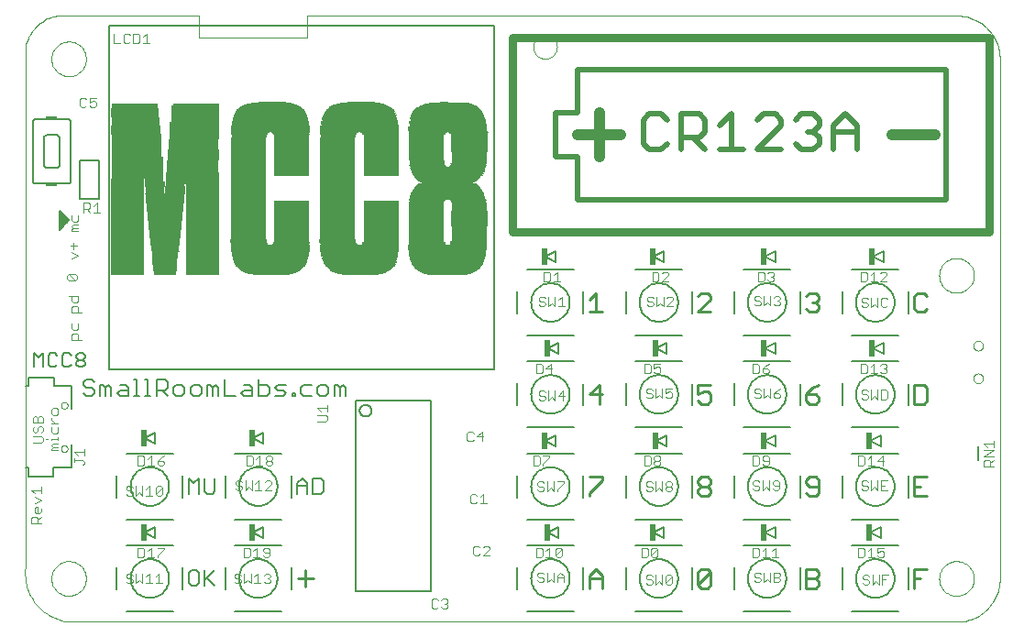
<source format=gto>
G75*
G70*
%OFA0B0*%
%FSLAX24Y24*%
%IPPOS*%
%LPD*%
%AMOC8*
5,1,8,0,0,1.08239X$1,22.5*
%
%ADD10C,0.0090*%
%ADD11C,0.0000*%
%ADD12C,0.0070*%
%ADD13C,0.0110*%
%ADD14R,0.0780X0.0030*%
%ADD15R,0.1020X0.0030*%
%ADD16R,0.1170X0.0030*%
%ADD17R,0.1200X0.0030*%
%ADD18R,0.1350X0.0030*%
%ADD19R,0.1470X0.0030*%
%ADD20R,0.1680X0.0030*%
%ADD21R,0.1710X0.0030*%
%ADD22R,0.1860X0.0030*%
%ADD23R,0.1890X0.0030*%
%ADD24R,0.2010X0.0030*%
%ADD25R,0.0840X0.0030*%
%ADD26R,0.2130X0.0030*%
%ADD27R,0.2220X0.0030*%
%ADD28R,0.2190X0.0030*%
%ADD29R,0.2280X0.0030*%
%ADD30R,0.2310X0.0030*%
%ADD31R,0.2340X0.0030*%
%ADD32R,0.2370X0.0030*%
%ADD33R,0.2400X0.0030*%
%ADD34R,0.2430X0.0030*%
%ADD35R,0.2460X0.0030*%
%ADD36R,0.2490X0.0030*%
%ADD37R,0.2520X0.0030*%
%ADD38R,0.2550X0.0030*%
%ADD39R,0.0900X0.0030*%
%ADD40R,0.2580X0.0030*%
%ADD41R,0.2610X0.0030*%
%ADD42R,0.2640X0.0030*%
%ADD43R,0.2670X0.0030*%
%ADD44R,0.2700X0.0030*%
%ADD45R,0.2730X0.0030*%
%ADD46R,0.0960X0.0030*%
%ADD47R,0.2760X0.0030*%
%ADD48R,0.2790X0.0030*%
%ADD49R,0.2820X0.0030*%
%ADD50R,0.0990X0.0030*%
%ADD51R,0.2850X0.0030*%
%ADD52R,0.1050X0.0030*%
%ADD53R,0.1080X0.0030*%
%ADD54R,0.1320X0.0030*%
%ADD55R,0.1290X0.0030*%
%ADD56R,0.1110X0.0030*%
%ADD57R,0.1140X0.0030*%
%ADD58R,0.1260X0.0030*%
%ADD59R,0.1230X0.0030*%
%ADD60R,0.1380X0.0030*%
%ADD61R,0.1410X0.0030*%
%ADD62R,0.1440X0.0030*%
%ADD63R,0.0690X0.0030*%
%ADD64R,0.0720X0.0030*%
%ADD65R,0.2250X0.0030*%
%ADD66R,0.1920X0.0030*%
%ADD67R,0.1830X0.0030*%
%ADD68R,0.1800X0.0030*%
%ADD69R,0.1770X0.0030*%
%ADD70R,0.2880X0.0030*%
%ADD71R,0.1740X0.0030*%
%ADD72R,0.2160X0.0030*%
%ADD73R,0.2070X0.0030*%
%ADD74R,0.2040X0.0030*%
%ADD75R,0.1950X0.0030*%
%ADD76R,0.0300X0.0030*%
%ADD77C,0.0060*%
%ADD78C,0.0030*%
%ADD79C,0.0080*%
%ADD80C,0.0040*%
%ADD81C,0.0050*%
%ADD82C,0.0315*%
%ADD83C,0.0197*%
%ADD84C,0.0200*%
%ADD85C,0.0394*%
%ADD86R,0.0240X0.0620*%
%ADD87R,0.0039X0.0551*%
%ADD88R,0.0079X0.0551*%
%ADD89R,0.0079X0.0039*%
%ADD90R,0.0394X0.0079*%
D10*
X021102Y001367D02*
X021102Y001833D01*
X021335Y002065D01*
X021567Y001833D01*
X021567Y001367D01*
X021567Y001716D02*
X021102Y001716D01*
X025039Y001484D02*
X025504Y001949D01*
X025504Y001484D01*
X025388Y001367D01*
X025155Y001367D01*
X025039Y001484D01*
X025039Y001949D01*
X025155Y002065D01*
X025388Y002065D01*
X025504Y001949D01*
X028976Y002065D02*
X028976Y001367D01*
X029325Y001367D01*
X029441Y001484D01*
X029441Y001600D01*
X029325Y001716D01*
X028976Y001716D01*
X029325Y001716D02*
X029441Y001833D01*
X029441Y001949D01*
X029325Y002065D01*
X028976Y002065D01*
X029092Y004714D02*
X029325Y004714D01*
X029441Y004830D01*
X029441Y005295D01*
X029325Y005412D01*
X029092Y005412D01*
X028976Y005295D01*
X028976Y005179D01*
X029092Y005063D01*
X029441Y005063D01*
X029092Y004714D02*
X028976Y004830D01*
X025504Y004830D02*
X025388Y004714D01*
X025155Y004714D01*
X025039Y004830D01*
X025039Y004946D01*
X025155Y005063D01*
X025388Y005063D01*
X025504Y004946D01*
X025504Y004830D01*
X025388Y005063D02*
X025504Y005179D01*
X025504Y005295D01*
X025388Y005412D01*
X025155Y005412D01*
X025039Y005295D01*
X025039Y005179D01*
X025155Y005063D01*
X021567Y005295D02*
X021102Y004830D01*
X021102Y004714D01*
X021567Y005295D02*
X021567Y005412D01*
X021102Y005412D01*
X021451Y008060D02*
X021451Y008758D01*
X021102Y008409D01*
X021567Y008409D01*
X025039Y008409D02*
X025272Y008525D01*
X025388Y008525D01*
X025504Y008409D01*
X025504Y008176D01*
X025388Y008060D01*
X025155Y008060D01*
X025039Y008176D01*
X025039Y008409D02*
X025039Y008758D01*
X025504Y008758D01*
X028976Y008409D02*
X028976Y008176D01*
X029092Y008060D01*
X029325Y008060D01*
X029441Y008176D01*
X029441Y008293D01*
X029325Y008409D01*
X028976Y008409D01*
X029209Y008642D01*
X029441Y008758D01*
X032913Y008758D02*
X032913Y008060D01*
X033262Y008060D01*
X033378Y008176D01*
X033378Y008642D01*
X033262Y008758D01*
X032913Y008758D01*
X033029Y011407D02*
X033262Y011407D01*
X033378Y011523D01*
X033029Y011407D02*
X032913Y011523D01*
X032913Y011988D01*
X033029Y012105D01*
X033262Y012105D01*
X033378Y011988D01*
X029441Y011988D02*
X029441Y011872D01*
X029325Y011756D01*
X029441Y011639D01*
X029441Y011523D01*
X029325Y011407D01*
X029092Y011407D01*
X028976Y011523D01*
X029209Y011756D02*
X029325Y011756D01*
X029441Y011988D02*
X029325Y012105D01*
X029092Y012105D01*
X028976Y011988D01*
X025504Y011988D02*
X025504Y011872D01*
X025039Y011407D01*
X025504Y011407D01*
X025504Y011988D02*
X025388Y012105D01*
X025155Y012105D01*
X025039Y011988D01*
X021567Y011407D02*
X021102Y011407D01*
X021335Y011407D02*
X021335Y012105D01*
X021102Y011872D01*
X032913Y005412D02*
X032913Y004714D01*
X033378Y004714D01*
X033146Y005063D02*
X032913Y005063D01*
X032913Y005412D02*
X033378Y005412D01*
X033378Y002065D02*
X032913Y002065D01*
X032913Y001367D01*
X032913Y001716D02*
X033146Y001716D01*
D11*
X034443Y000141D02*
X002159Y000141D01*
X001529Y001716D02*
X001531Y001766D01*
X001537Y001816D01*
X001547Y001865D01*
X001561Y001913D01*
X001578Y001960D01*
X001599Y002005D01*
X001624Y002049D01*
X001652Y002090D01*
X001684Y002129D01*
X001718Y002166D01*
X001755Y002200D01*
X001795Y002230D01*
X001837Y002257D01*
X001881Y002281D01*
X001927Y002302D01*
X001974Y002318D01*
X002022Y002331D01*
X002072Y002340D01*
X002121Y002345D01*
X002172Y002346D01*
X002222Y002343D01*
X002271Y002336D01*
X002320Y002325D01*
X002368Y002310D01*
X002414Y002292D01*
X002459Y002270D01*
X002502Y002244D01*
X002543Y002215D01*
X002582Y002183D01*
X002618Y002148D01*
X002650Y002110D01*
X002680Y002070D01*
X002707Y002027D01*
X002730Y001983D01*
X002749Y001937D01*
X002765Y001889D01*
X002777Y001840D01*
X002785Y001791D01*
X002789Y001741D01*
X002789Y001691D01*
X002785Y001641D01*
X002777Y001592D01*
X002765Y001543D01*
X002749Y001495D01*
X002730Y001449D01*
X002707Y001405D01*
X002680Y001362D01*
X002650Y001322D01*
X002618Y001284D01*
X002582Y001249D01*
X002543Y001217D01*
X002502Y001188D01*
X002459Y001162D01*
X002414Y001140D01*
X002368Y001122D01*
X002320Y001107D01*
X002271Y001096D01*
X002222Y001089D01*
X002172Y001086D01*
X002121Y001087D01*
X002072Y001092D01*
X002022Y001101D01*
X001974Y001114D01*
X001927Y001130D01*
X001881Y001151D01*
X001837Y001175D01*
X001795Y001202D01*
X001755Y001232D01*
X001718Y001266D01*
X001684Y001303D01*
X001652Y001342D01*
X001624Y001383D01*
X001599Y001427D01*
X001578Y001472D01*
X001561Y001519D01*
X001547Y001567D01*
X001537Y001616D01*
X001531Y001666D01*
X001529Y001716D01*
X000584Y002110D02*
X000576Y002023D01*
X000573Y001935D01*
X000574Y001848D01*
X000580Y001760D01*
X000589Y001673D01*
X000603Y001587D01*
X000621Y001501D01*
X000643Y001417D01*
X000670Y001333D01*
X000700Y001251D01*
X000735Y001171D01*
X000773Y001092D01*
X000815Y001016D01*
X000861Y000941D01*
X000911Y000869D01*
X000964Y000799D01*
X001020Y000732D01*
X001080Y000668D01*
X001142Y000607D01*
X001208Y000549D01*
X001276Y000494D01*
X001347Y000443D01*
X001420Y000395D01*
X001496Y000351D01*
X001574Y000311D01*
X001653Y000274D01*
X001734Y000242D01*
X001817Y000213D01*
X001901Y000189D01*
X001986Y000169D01*
X002072Y000153D01*
X002159Y000141D01*
X000585Y002110D02*
X000585Y021007D01*
X000597Y021079D01*
X000613Y021150D01*
X000633Y021220D01*
X000656Y021289D01*
X000683Y021357D01*
X000713Y021423D01*
X000747Y021488D01*
X000784Y021550D01*
X000825Y021611D01*
X000868Y021669D01*
X000915Y021726D01*
X000964Y021779D01*
X001016Y021830D01*
X001071Y021878D01*
X001128Y021924D01*
X001187Y021966D01*
X001249Y022005D01*
X001312Y022041D01*
X001378Y022073D01*
X001444Y022102D01*
X001513Y022127D01*
X001582Y022149D01*
X001653Y022167D01*
X001724Y022181D01*
X001796Y022192D01*
X001869Y022199D01*
X001942Y022202D01*
X002015Y022201D01*
X002087Y022196D01*
X002160Y022188D01*
X002159Y022188D02*
X006884Y022188D01*
X006884Y021401D01*
X010821Y021401D01*
X010821Y022188D01*
X034443Y022188D01*
X034443Y022189D02*
X034520Y022187D01*
X034597Y022181D01*
X034674Y022172D01*
X034750Y022159D01*
X034826Y022142D01*
X034900Y022121D01*
X034974Y022097D01*
X035046Y022069D01*
X035116Y022038D01*
X035185Y022003D01*
X035253Y021965D01*
X035318Y021924D01*
X035381Y021879D01*
X035442Y021831D01*
X035501Y021781D01*
X035557Y021728D01*
X035610Y021672D01*
X035660Y021613D01*
X035708Y021552D01*
X035753Y021489D01*
X035794Y021424D01*
X035832Y021356D01*
X035867Y021287D01*
X035898Y021217D01*
X035926Y021145D01*
X035950Y021071D01*
X035971Y020997D01*
X035988Y020921D01*
X036001Y020845D01*
X036010Y020768D01*
X036016Y020691D01*
X036018Y020614D01*
X036018Y001716D01*
X036016Y001639D01*
X036010Y001562D01*
X036001Y001485D01*
X035988Y001409D01*
X035971Y001333D01*
X035950Y001259D01*
X035926Y001185D01*
X035898Y001113D01*
X035867Y001043D01*
X035832Y000974D01*
X035794Y000906D01*
X035753Y000841D01*
X035708Y000778D01*
X035660Y000717D01*
X035610Y000658D01*
X035557Y000602D01*
X035501Y000549D01*
X035442Y000499D01*
X035381Y000451D01*
X035318Y000406D01*
X035253Y000365D01*
X035185Y000327D01*
X035116Y000292D01*
X035046Y000261D01*
X034974Y000233D01*
X034900Y000209D01*
X034826Y000188D01*
X034750Y000171D01*
X034674Y000158D01*
X034597Y000149D01*
X034520Y000143D01*
X034443Y000141D01*
X033813Y001716D02*
X033815Y001766D01*
X033821Y001816D01*
X033831Y001865D01*
X033845Y001913D01*
X033862Y001960D01*
X033883Y002005D01*
X033908Y002049D01*
X033936Y002090D01*
X033968Y002129D01*
X034002Y002166D01*
X034039Y002200D01*
X034079Y002230D01*
X034121Y002257D01*
X034165Y002281D01*
X034211Y002302D01*
X034258Y002318D01*
X034306Y002331D01*
X034356Y002340D01*
X034405Y002345D01*
X034456Y002346D01*
X034506Y002343D01*
X034555Y002336D01*
X034604Y002325D01*
X034652Y002310D01*
X034698Y002292D01*
X034743Y002270D01*
X034786Y002244D01*
X034827Y002215D01*
X034866Y002183D01*
X034902Y002148D01*
X034934Y002110D01*
X034964Y002070D01*
X034991Y002027D01*
X035014Y001983D01*
X035033Y001937D01*
X035049Y001889D01*
X035061Y001840D01*
X035069Y001791D01*
X035073Y001741D01*
X035073Y001691D01*
X035069Y001641D01*
X035061Y001592D01*
X035049Y001543D01*
X035033Y001495D01*
X035014Y001449D01*
X034991Y001405D01*
X034964Y001362D01*
X034934Y001322D01*
X034902Y001284D01*
X034866Y001249D01*
X034827Y001217D01*
X034786Y001188D01*
X034743Y001162D01*
X034698Y001140D01*
X034652Y001122D01*
X034604Y001107D01*
X034555Y001096D01*
X034506Y001089D01*
X034456Y001086D01*
X034405Y001087D01*
X034356Y001092D01*
X034306Y001101D01*
X034258Y001114D01*
X034211Y001130D01*
X034165Y001151D01*
X034121Y001175D01*
X034079Y001202D01*
X034039Y001232D01*
X034002Y001266D01*
X033968Y001303D01*
X033936Y001342D01*
X033908Y001383D01*
X033883Y001427D01*
X033862Y001472D01*
X033845Y001519D01*
X033831Y001567D01*
X033821Y001616D01*
X033815Y001666D01*
X033813Y001716D01*
X035053Y008999D02*
X035055Y009025D01*
X035061Y009051D01*
X035071Y009076D01*
X035084Y009099D01*
X035100Y009119D01*
X035120Y009137D01*
X035142Y009152D01*
X035165Y009164D01*
X035191Y009172D01*
X035217Y009176D01*
X035243Y009176D01*
X035269Y009172D01*
X035295Y009164D01*
X035319Y009152D01*
X035340Y009137D01*
X035360Y009119D01*
X035376Y009099D01*
X035389Y009076D01*
X035399Y009051D01*
X035405Y009025D01*
X035407Y008999D01*
X035405Y008973D01*
X035399Y008947D01*
X035389Y008922D01*
X035376Y008899D01*
X035360Y008879D01*
X035340Y008861D01*
X035318Y008846D01*
X035295Y008834D01*
X035269Y008826D01*
X035243Y008822D01*
X035217Y008822D01*
X035191Y008826D01*
X035165Y008834D01*
X035141Y008846D01*
X035120Y008861D01*
X035100Y008879D01*
X035084Y008899D01*
X035071Y008922D01*
X035061Y008947D01*
X035055Y008973D01*
X035053Y008999D01*
X035053Y010180D02*
X035055Y010206D01*
X035061Y010232D01*
X035071Y010257D01*
X035084Y010280D01*
X035100Y010300D01*
X035120Y010318D01*
X035142Y010333D01*
X035165Y010345D01*
X035191Y010353D01*
X035217Y010357D01*
X035243Y010357D01*
X035269Y010353D01*
X035295Y010345D01*
X035319Y010333D01*
X035340Y010318D01*
X035360Y010300D01*
X035376Y010280D01*
X035389Y010257D01*
X035399Y010232D01*
X035405Y010206D01*
X035407Y010180D01*
X035405Y010154D01*
X035399Y010128D01*
X035389Y010103D01*
X035376Y010080D01*
X035360Y010060D01*
X035340Y010042D01*
X035318Y010027D01*
X035295Y010015D01*
X035269Y010007D01*
X035243Y010003D01*
X035217Y010003D01*
X035191Y010007D01*
X035165Y010015D01*
X035141Y010027D01*
X035120Y010042D01*
X035100Y010060D01*
X035084Y010080D01*
X035071Y010103D01*
X035061Y010128D01*
X035055Y010154D01*
X035053Y010180D01*
X033813Y012740D02*
X033815Y012790D01*
X033821Y012840D01*
X033831Y012889D01*
X033845Y012937D01*
X033862Y012984D01*
X033883Y013029D01*
X033908Y013073D01*
X033936Y013114D01*
X033968Y013153D01*
X034002Y013190D01*
X034039Y013224D01*
X034079Y013254D01*
X034121Y013281D01*
X034165Y013305D01*
X034211Y013326D01*
X034258Y013342D01*
X034306Y013355D01*
X034356Y013364D01*
X034405Y013369D01*
X034456Y013370D01*
X034506Y013367D01*
X034555Y013360D01*
X034604Y013349D01*
X034652Y013334D01*
X034698Y013316D01*
X034743Y013294D01*
X034786Y013268D01*
X034827Y013239D01*
X034866Y013207D01*
X034902Y013172D01*
X034934Y013134D01*
X034964Y013094D01*
X034991Y013051D01*
X035014Y013007D01*
X035033Y012961D01*
X035049Y012913D01*
X035061Y012864D01*
X035069Y012815D01*
X035073Y012765D01*
X035073Y012715D01*
X035069Y012665D01*
X035061Y012616D01*
X035049Y012567D01*
X035033Y012519D01*
X035014Y012473D01*
X034991Y012429D01*
X034964Y012386D01*
X034934Y012346D01*
X034902Y012308D01*
X034866Y012273D01*
X034827Y012241D01*
X034786Y012212D01*
X034743Y012186D01*
X034698Y012164D01*
X034652Y012146D01*
X034604Y012131D01*
X034555Y012120D01*
X034506Y012113D01*
X034456Y012110D01*
X034405Y012111D01*
X034356Y012116D01*
X034306Y012125D01*
X034258Y012138D01*
X034211Y012154D01*
X034165Y012175D01*
X034121Y012199D01*
X034079Y012226D01*
X034039Y012256D01*
X034002Y012290D01*
X033968Y012327D01*
X033936Y012366D01*
X033908Y012407D01*
X033883Y012451D01*
X033862Y012496D01*
X033845Y012543D01*
X033831Y012591D01*
X033821Y012640D01*
X033815Y012690D01*
X033813Y012740D01*
X019049Y021058D02*
X019051Y021099D01*
X019057Y021140D01*
X019067Y021180D01*
X019080Y021219D01*
X019097Y021256D01*
X019118Y021292D01*
X019142Y021326D01*
X019169Y021357D01*
X019198Y021385D01*
X019231Y021411D01*
X019265Y021433D01*
X019302Y021452D01*
X019340Y021467D01*
X019380Y021479D01*
X019420Y021487D01*
X019461Y021491D01*
X019503Y021491D01*
X019544Y021487D01*
X019584Y021479D01*
X019624Y021467D01*
X019662Y021452D01*
X019698Y021433D01*
X019733Y021411D01*
X019766Y021385D01*
X019795Y021357D01*
X019822Y021326D01*
X019846Y021292D01*
X019867Y021256D01*
X019884Y021219D01*
X019897Y021180D01*
X019907Y021140D01*
X019913Y021099D01*
X019915Y021058D01*
X019913Y021017D01*
X019907Y020976D01*
X019897Y020936D01*
X019884Y020897D01*
X019867Y020860D01*
X019846Y020824D01*
X019822Y020790D01*
X019795Y020759D01*
X019766Y020731D01*
X019733Y020705D01*
X019699Y020683D01*
X019662Y020664D01*
X019624Y020649D01*
X019584Y020637D01*
X019544Y020629D01*
X019503Y020625D01*
X019461Y020625D01*
X019420Y020629D01*
X019380Y020637D01*
X019340Y020649D01*
X019302Y020664D01*
X019266Y020683D01*
X019231Y020705D01*
X019198Y020731D01*
X019169Y020759D01*
X019142Y020790D01*
X019118Y020824D01*
X019097Y020860D01*
X019080Y020897D01*
X019067Y020936D01*
X019057Y020976D01*
X019051Y021017D01*
X019049Y021058D01*
X001529Y020614D02*
X001531Y020664D01*
X001537Y020714D01*
X001547Y020763D01*
X001561Y020811D01*
X001578Y020858D01*
X001599Y020903D01*
X001624Y020947D01*
X001652Y020988D01*
X001684Y021027D01*
X001718Y021064D01*
X001755Y021098D01*
X001795Y021128D01*
X001837Y021155D01*
X001881Y021179D01*
X001927Y021200D01*
X001974Y021216D01*
X002022Y021229D01*
X002072Y021238D01*
X002121Y021243D01*
X002172Y021244D01*
X002222Y021241D01*
X002271Y021234D01*
X002320Y021223D01*
X002368Y021208D01*
X002414Y021190D01*
X002459Y021168D01*
X002502Y021142D01*
X002543Y021113D01*
X002582Y021081D01*
X002618Y021046D01*
X002650Y021008D01*
X002680Y020968D01*
X002707Y020925D01*
X002730Y020881D01*
X002749Y020835D01*
X002765Y020787D01*
X002777Y020738D01*
X002785Y020689D01*
X002789Y020639D01*
X002789Y020589D01*
X002785Y020539D01*
X002777Y020490D01*
X002765Y020441D01*
X002749Y020393D01*
X002730Y020347D01*
X002707Y020303D01*
X002680Y020260D01*
X002650Y020220D01*
X002618Y020182D01*
X002582Y020147D01*
X002543Y020115D01*
X002502Y020086D01*
X002459Y020060D01*
X002414Y020038D01*
X002368Y020020D01*
X002320Y020005D01*
X002271Y019994D01*
X002222Y019987D01*
X002172Y019984D01*
X002121Y019985D01*
X002072Y019990D01*
X002022Y019999D01*
X001974Y020012D01*
X001927Y020028D01*
X001881Y020049D01*
X001837Y020073D01*
X001795Y020100D01*
X001755Y020130D01*
X001718Y020164D01*
X001684Y020201D01*
X001652Y020240D01*
X001624Y020281D01*
X001599Y020325D01*
X001578Y020370D01*
X001561Y020417D01*
X001547Y020465D01*
X001537Y020514D01*
X001531Y020564D01*
X001529Y020614D01*
X001884Y008015D02*
X001886Y008036D01*
X001892Y008056D01*
X001901Y008076D01*
X001913Y008093D01*
X001928Y008107D01*
X001946Y008119D01*
X001966Y008127D01*
X001986Y008132D01*
X002007Y008133D01*
X002028Y008130D01*
X002048Y008124D01*
X002067Y008113D01*
X002084Y008100D01*
X002097Y008084D01*
X002108Y008066D01*
X002116Y008046D01*
X002120Y008026D01*
X002120Y008004D01*
X002116Y007984D01*
X002108Y007964D01*
X002097Y007946D01*
X002084Y007930D01*
X002067Y007917D01*
X002048Y007906D01*
X002028Y007900D01*
X002007Y007897D01*
X001986Y007898D01*
X001966Y007903D01*
X001946Y007911D01*
X001928Y007923D01*
X001913Y007937D01*
X001901Y007954D01*
X001892Y007974D01*
X001886Y007994D01*
X001884Y008015D01*
X001884Y006440D02*
X001886Y006461D01*
X001892Y006481D01*
X001901Y006501D01*
X001913Y006518D01*
X001928Y006532D01*
X001946Y006544D01*
X001966Y006552D01*
X001986Y006557D01*
X002007Y006558D01*
X002028Y006555D01*
X002048Y006549D01*
X002067Y006538D01*
X002084Y006525D01*
X002097Y006509D01*
X002108Y006491D01*
X002116Y006471D01*
X002120Y006451D01*
X002120Y006429D01*
X002116Y006409D01*
X002108Y006389D01*
X002097Y006371D01*
X002084Y006355D01*
X002067Y006342D01*
X002048Y006331D01*
X002028Y006325D01*
X002007Y006322D01*
X001986Y006323D01*
X001966Y006328D01*
X001946Y006336D01*
X001928Y006348D01*
X001913Y006362D01*
X001901Y006379D01*
X001892Y006399D01*
X001886Y006419D01*
X001884Y006440D01*
D12*
X002277Y006598D02*
X002277Y005751D01*
X001608Y005751D01*
X001608Y005417D01*
X000703Y005417D01*
X000703Y005751D01*
X000604Y005751D01*
X002277Y007877D02*
X002277Y008724D01*
X001628Y008724D01*
X001628Y009039D01*
X000703Y009039D01*
X000703Y008724D01*
X000585Y008724D01*
X002686Y008745D02*
X002786Y008645D01*
X002986Y008645D01*
X003086Y008545D01*
X003086Y008445D01*
X002986Y008345D01*
X002786Y008345D01*
X002686Y008445D01*
X002686Y008745D02*
X002686Y008845D01*
X002786Y008945D01*
X002986Y008945D01*
X003086Y008845D01*
X003303Y008745D02*
X003403Y008745D01*
X003503Y008645D01*
X003603Y008745D01*
X003703Y008645D01*
X003703Y008345D01*
X003503Y008345D02*
X003503Y008645D01*
X003303Y008745D02*
X003303Y008345D01*
X003919Y008445D02*
X004019Y008545D01*
X004319Y008545D01*
X004319Y008645D02*
X004319Y008345D01*
X004019Y008345D01*
X003919Y008445D01*
X004019Y008745D02*
X004219Y008745D01*
X004319Y008645D01*
X004535Y008345D02*
X004735Y008345D01*
X004635Y008345D02*
X004635Y008945D01*
X004535Y008945D01*
X004946Y008945D02*
X005046Y008945D01*
X005046Y008345D01*
X004946Y008345D02*
X005146Y008345D01*
X005357Y008345D02*
X005357Y008945D01*
X005657Y008945D01*
X005757Y008845D01*
X005757Y008645D01*
X005657Y008545D01*
X005357Y008545D01*
X005557Y008545D02*
X005757Y008345D01*
X005973Y008445D02*
X005973Y008645D01*
X006073Y008745D01*
X006273Y008745D01*
X006373Y008645D01*
X006373Y008445D01*
X006273Y008345D01*
X006073Y008345D01*
X005973Y008445D01*
X006589Y008445D02*
X006689Y008345D01*
X006889Y008345D01*
X006989Y008445D01*
X006989Y008645D01*
X006889Y008745D01*
X006689Y008745D01*
X006589Y008645D01*
X006589Y008445D01*
X007206Y008345D02*
X007206Y008745D01*
X007306Y008745D01*
X007406Y008645D01*
X007506Y008745D01*
X007606Y008645D01*
X007606Y008345D01*
X007406Y008345D02*
X007406Y008645D01*
X007822Y008345D02*
X008222Y008345D01*
X008438Y008445D02*
X008538Y008545D01*
X008838Y008545D01*
X008838Y008645D02*
X008838Y008345D01*
X008538Y008345D01*
X008438Y008445D01*
X008538Y008745D02*
X008738Y008745D01*
X008838Y008645D01*
X009054Y008745D02*
X009354Y008745D01*
X009454Y008645D01*
X009454Y008445D01*
X009354Y008345D01*
X009054Y008345D01*
X009054Y008945D01*
X009671Y008645D02*
X009771Y008745D01*
X010071Y008745D01*
X009971Y008545D02*
X009771Y008545D01*
X009671Y008645D01*
X009671Y008345D02*
X009971Y008345D01*
X010071Y008445D01*
X009971Y008545D01*
X010287Y008445D02*
X010387Y008445D01*
X010387Y008345D01*
X010287Y008345D01*
X010287Y008445D01*
X010595Y008445D02*
X010595Y008645D01*
X010695Y008745D01*
X010995Y008745D01*
X011211Y008645D02*
X011211Y008445D01*
X011311Y008345D01*
X011511Y008345D01*
X011611Y008445D01*
X011611Y008645D01*
X011511Y008745D01*
X011311Y008745D01*
X011211Y008645D01*
X010995Y008345D02*
X010695Y008345D01*
X010595Y008445D01*
X011828Y008345D02*
X011828Y008745D01*
X011928Y008745D01*
X012028Y008645D01*
X012128Y008745D01*
X012227Y008645D01*
X012227Y008345D01*
X012028Y008345D02*
X012028Y008645D01*
X007822Y008945D02*
X007822Y008345D01*
X007479Y005362D02*
X007479Y004895D01*
X007385Y004802D01*
X007198Y004802D01*
X007105Y004895D01*
X007105Y005362D01*
X006899Y005362D02*
X006899Y004802D01*
X006525Y004802D02*
X006525Y005362D01*
X006712Y005176D01*
X006899Y005362D01*
X010462Y005176D02*
X010462Y004802D01*
X010462Y005082D02*
X010836Y005082D01*
X010836Y005176D02*
X010836Y004802D01*
X011042Y004802D02*
X011322Y004802D01*
X011416Y004895D01*
X011416Y005269D01*
X011322Y005362D01*
X011042Y005362D01*
X011042Y004802D01*
X010836Y005176D02*
X010649Y005362D01*
X010462Y005176D01*
X007479Y002016D02*
X007105Y001642D01*
X007198Y001736D02*
X007479Y001456D01*
X007105Y001456D02*
X007105Y002016D01*
X006899Y001923D02*
X006805Y002016D01*
X006618Y002016D01*
X006525Y001923D01*
X006525Y001549D01*
X006618Y001456D01*
X006805Y001456D01*
X006899Y001549D01*
X006899Y001923D01*
D13*
X010482Y001716D02*
X011065Y001716D01*
X010774Y001425D02*
X010774Y002008D01*
D14*
X009570Y012741D03*
X012810Y012741D03*
X005670Y012771D03*
X005670Y012801D03*
X005670Y012831D03*
X005670Y012861D03*
D15*
X005670Y013611D03*
X005670Y013641D03*
X005670Y013671D03*
X005670Y013701D03*
X005670Y013731D03*
X005670Y013761D03*
X005670Y013791D03*
X015960Y012741D03*
D16*
X005655Y014391D03*
X004305Y014391D03*
X004305Y014361D03*
X004305Y014331D03*
X004305Y014301D03*
X004305Y014271D03*
X004305Y014241D03*
X004305Y014211D03*
X004305Y014181D03*
X004305Y014151D03*
X004305Y014121D03*
X004305Y014091D03*
X004305Y014061D03*
X004305Y014031D03*
X004305Y014001D03*
X004305Y013971D03*
X004305Y013941D03*
X004305Y013911D03*
X004305Y013881D03*
X004305Y013851D03*
X004305Y013821D03*
X004305Y013791D03*
X004305Y013761D03*
X004305Y013731D03*
X004305Y013701D03*
X004305Y013671D03*
X004305Y013641D03*
X004305Y013611D03*
X004305Y013581D03*
X004305Y013551D03*
X004305Y013521D03*
X004305Y013491D03*
X004305Y013461D03*
X004305Y013431D03*
X004305Y013401D03*
X004305Y013371D03*
X004305Y013341D03*
X004305Y013311D03*
X004305Y013281D03*
X004305Y013251D03*
X004305Y013221D03*
X004305Y013191D03*
X004305Y013161D03*
X004305Y013131D03*
X004305Y013101D03*
X004305Y013071D03*
X004305Y013041D03*
X004305Y013011D03*
X004305Y012981D03*
X004305Y012951D03*
X004305Y012921D03*
X004305Y012891D03*
X004305Y012861D03*
X004305Y012831D03*
X004305Y012801D03*
X004305Y012771D03*
X004305Y014421D03*
X004305Y014451D03*
X004305Y014481D03*
X004305Y014511D03*
X004305Y014541D03*
X004305Y014571D03*
X004305Y014601D03*
X004305Y014631D03*
X004305Y014661D03*
X004305Y014691D03*
X004305Y014721D03*
X004305Y014751D03*
X004305Y014781D03*
X004305Y014811D03*
X004305Y014841D03*
X004305Y014871D03*
X004305Y014901D03*
X004305Y014931D03*
X004305Y014961D03*
X004305Y014991D03*
X004305Y015021D03*
X004305Y015051D03*
X004305Y015081D03*
X004305Y015111D03*
X004305Y015141D03*
X004305Y015171D03*
X004305Y015201D03*
X004305Y015231D03*
X004305Y015261D03*
X004305Y015291D03*
X004305Y015321D03*
X004305Y015351D03*
X004305Y015381D03*
X004305Y015411D03*
X004305Y015441D03*
X004305Y015471D03*
X004305Y015501D03*
X004305Y015531D03*
X004305Y015561D03*
X004305Y015591D03*
X004305Y015621D03*
X004305Y015651D03*
X004305Y015681D03*
X004305Y015711D03*
X004305Y015741D03*
X004305Y015771D03*
X004305Y015801D03*
X004305Y015831D03*
X004305Y015861D03*
X004305Y015891D03*
X004305Y015921D03*
X004305Y015951D03*
X004305Y015981D03*
X004305Y016011D03*
X004305Y016041D03*
X004305Y016071D03*
X004305Y016101D03*
X004305Y016131D03*
X004305Y016161D03*
X004305Y016191D03*
X004305Y016221D03*
D17*
X005670Y014661D03*
X005670Y014631D03*
X005670Y014601D03*
X005670Y014571D03*
X005670Y014541D03*
X005670Y014511D03*
X005670Y014481D03*
X005670Y014451D03*
X005670Y014421D03*
X007020Y014421D03*
X007020Y014391D03*
X007020Y014361D03*
X007020Y014331D03*
X007020Y014301D03*
X007020Y014271D03*
X007020Y014241D03*
X007020Y014211D03*
X007020Y014181D03*
X007020Y014151D03*
X007020Y014121D03*
X007020Y014091D03*
X007020Y014061D03*
X007020Y014031D03*
X007020Y014001D03*
X007020Y013971D03*
X007020Y013941D03*
X007020Y013911D03*
X007020Y013881D03*
X007020Y013851D03*
X007020Y013821D03*
X007020Y013791D03*
X007020Y013761D03*
X007020Y013731D03*
X007020Y013701D03*
X007020Y013671D03*
X007020Y013641D03*
X007020Y013611D03*
X007020Y013581D03*
X007020Y013551D03*
X007020Y013521D03*
X007020Y013491D03*
X007020Y013461D03*
X007020Y013431D03*
X007020Y013401D03*
X007020Y013371D03*
X007020Y013341D03*
X007020Y013311D03*
X007020Y013281D03*
X007020Y013251D03*
X007020Y013221D03*
X007020Y013191D03*
X007020Y013161D03*
X007020Y013131D03*
X007020Y013101D03*
X007020Y013071D03*
X007020Y013041D03*
X007020Y013011D03*
X007020Y012981D03*
X007020Y012951D03*
X007020Y012921D03*
X007020Y012891D03*
X007020Y012861D03*
X007020Y012831D03*
X007020Y012801D03*
X007020Y012771D03*
X007020Y014451D03*
X007020Y014481D03*
X007020Y014511D03*
X007020Y014541D03*
X007020Y014571D03*
X007020Y014601D03*
X007020Y014631D03*
X007020Y014661D03*
X007020Y014691D03*
X007020Y014721D03*
X007020Y014751D03*
X007020Y014781D03*
X007020Y014811D03*
X007020Y014841D03*
X007020Y014871D03*
X007020Y014901D03*
X007020Y014931D03*
X007020Y014961D03*
X007020Y014991D03*
X007020Y015021D03*
X007020Y015051D03*
X007020Y015081D03*
X007020Y015111D03*
X007020Y015141D03*
X007020Y015171D03*
X007020Y015201D03*
X007020Y015231D03*
X007020Y015261D03*
X007020Y015291D03*
X007020Y015321D03*
X007020Y015351D03*
X007020Y015381D03*
X007020Y015411D03*
X007020Y015441D03*
X007020Y015471D03*
X007020Y015501D03*
X007020Y015531D03*
X007020Y015561D03*
X007020Y015591D03*
X007020Y015621D03*
X007020Y015651D03*
X007020Y015681D03*
X007020Y015711D03*
X007020Y015741D03*
X007020Y015771D03*
X007020Y015801D03*
X007020Y015831D03*
X007020Y015861D03*
X007020Y015891D03*
X007020Y015921D03*
X007020Y015951D03*
X007020Y015981D03*
X007020Y016011D03*
D18*
X005655Y015321D03*
X008745Y013851D03*
X009525Y012771D03*
X010245Y013851D03*
X011985Y013851D03*
X013485Y013851D03*
X012765Y012771D03*
X015195Y013851D03*
X016695Y013851D03*
X016695Y013881D03*
X016665Y016701D03*
X016725Y017871D03*
X015195Y017901D03*
X013485Y017901D03*
X010245Y017901D03*
D19*
X009525Y018981D03*
X012765Y018981D03*
X015945Y012771D03*
D20*
X012750Y012801D03*
X009510Y012801D03*
X004560Y018831D03*
X004560Y018861D03*
X004560Y018891D03*
X004560Y018921D03*
X004560Y018951D03*
X006780Y018951D03*
X006780Y018921D03*
D21*
X006765Y018891D03*
X006765Y018861D03*
X006765Y018831D03*
X006765Y018801D03*
X006765Y018771D03*
X006765Y018741D03*
X006765Y018711D03*
X006765Y018681D03*
X006765Y018651D03*
X006765Y018621D03*
X004575Y018621D03*
X004575Y018591D03*
X004575Y018561D03*
X004575Y018531D03*
X004575Y018501D03*
X004575Y018651D03*
X004575Y018681D03*
X004575Y018711D03*
X004575Y018741D03*
X004575Y018771D03*
X004575Y018801D03*
X015975Y018951D03*
X015945Y012801D03*
D22*
X012750Y012831D03*
X009510Y012831D03*
X004650Y016611D03*
X004650Y016641D03*
X004650Y016671D03*
X004650Y016701D03*
X004650Y016731D03*
X004650Y016761D03*
X004650Y016791D03*
X004650Y016821D03*
X004650Y016851D03*
X004650Y016881D03*
X004650Y016911D03*
X004650Y016941D03*
X004650Y016971D03*
X004650Y017001D03*
X004650Y017031D03*
X006690Y017031D03*
X006690Y017001D03*
X006690Y016971D03*
X006690Y016941D03*
X006690Y016911D03*
X006690Y017061D03*
X006690Y017091D03*
X006690Y017121D03*
X006690Y017151D03*
X006690Y017181D03*
X006690Y017211D03*
X006690Y017241D03*
X006690Y017271D03*
X006690Y017301D03*
D23*
X006675Y016881D03*
X006675Y016851D03*
X006675Y016821D03*
X006675Y016791D03*
X006675Y016761D03*
X006675Y016731D03*
X006675Y016701D03*
X006675Y016671D03*
X006675Y016641D03*
X006675Y016611D03*
X006675Y016581D03*
X006675Y016551D03*
X006675Y016521D03*
X006675Y016491D03*
X004665Y016491D03*
X004665Y016461D03*
X004665Y016431D03*
X004665Y016401D03*
X004665Y016371D03*
X004665Y016341D03*
X004665Y016311D03*
X004665Y016281D03*
X004665Y016251D03*
X004665Y016521D03*
X004665Y016551D03*
X004665Y016581D03*
X015945Y016101D03*
X015975Y018921D03*
X015945Y012831D03*
D24*
X015945Y012861D03*
X012735Y012861D03*
X009495Y012861D03*
X015945Y016071D03*
X015945Y016131D03*
D25*
X005670Y013101D03*
X005670Y013071D03*
X005670Y013041D03*
X005670Y013011D03*
X005670Y012981D03*
X005670Y012951D03*
X005670Y012921D03*
X005670Y012891D03*
D26*
X009495Y012891D03*
X012735Y012891D03*
X015945Y012891D03*
X015945Y016041D03*
X015945Y016161D03*
D27*
X012750Y012921D03*
X009510Y012921D03*
D28*
X015945Y012921D03*
X015945Y016011D03*
X015945Y016191D03*
X012735Y018861D03*
X009495Y018861D03*
D29*
X009510Y018831D03*
X012750Y018831D03*
X012750Y012951D03*
X009510Y012951D03*
D30*
X015945Y012951D03*
X015945Y015951D03*
X015945Y016251D03*
X015945Y018801D03*
D31*
X012750Y018801D03*
X009510Y018801D03*
X009510Y012981D03*
X012750Y012981D03*
D32*
X015945Y012981D03*
X015945Y015921D03*
X015945Y016281D03*
X015945Y018771D03*
D33*
X012750Y018771D03*
X009510Y018771D03*
X009510Y013011D03*
X012750Y013011D03*
D34*
X015945Y013011D03*
X015945Y015891D03*
X015945Y016311D03*
X015945Y018741D03*
D35*
X012750Y018741D03*
X012750Y018711D03*
X009510Y018711D03*
X009510Y018741D03*
X015960Y016341D03*
X012750Y013041D03*
X009510Y013041D03*
D36*
X015945Y013041D03*
X015945Y013071D03*
X015945Y015861D03*
X015945Y018711D03*
D37*
X012750Y018681D03*
X009510Y018681D03*
X015960Y016371D03*
X015930Y015831D03*
X012750Y013101D03*
X012750Y013071D03*
X009510Y013071D03*
X009510Y013101D03*
D38*
X015945Y013101D03*
X015945Y015801D03*
X015945Y016401D03*
X015945Y018651D03*
X015945Y018681D03*
X012735Y018651D03*
X009495Y018651D03*
D39*
X005670Y013341D03*
X005670Y013311D03*
X005670Y013281D03*
X005670Y013251D03*
X005670Y013221D03*
X005670Y013191D03*
X005670Y013161D03*
X005670Y013131D03*
D40*
X009510Y013131D03*
X012750Y013131D03*
X015930Y013131D03*
X015930Y015771D03*
X015960Y016431D03*
X012750Y018621D03*
X009510Y018621D03*
D41*
X009495Y018591D03*
X012735Y018591D03*
X015945Y018591D03*
X015945Y018621D03*
X015945Y016461D03*
X015945Y015741D03*
X015945Y013191D03*
X015945Y013161D03*
X012735Y013161D03*
X009495Y013161D03*
D42*
X009510Y013191D03*
X009510Y013221D03*
X012750Y013221D03*
X012750Y013191D03*
X015930Y015711D03*
X015960Y016491D03*
X015960Y016521D03*
X012750Y018561D03*
X009510Y018561D03*
D43*
X009495Y018531D03*
X009495Y018501D03*
X012735Y018501D03*
X012735Y018531D03*
X015945Y018531D03*
X015945Y018501D03*
X015945Y018561D03*
X015945Y015681D03*
X015945Y015651D03*
X015945Y013251D03*
X015945Y013221D03*
X012735Y013251D03*
X009495Y013251D03*
D44*
X009510Y013281D03*
X012750Y013281D03*
X015930Y013281D03*
X015930Y015621D03*
X015960Y016551D03*
X015960Y016581D03*
X012750Y018471D03*
X009510Y018471D03*
D45*
X009495Y018441D03*
X009495Y018411D03*
X009495Y018381D03*
X012735Y018381D03*
X012735Y018411D03*
X012735Y018441D03*
X015945Y018441D03*
X015945Y018411D03*
X015945Y018471D03*
X015945Y016611D03*
X015945Y015591D03*
X015945Y015561D03*
X015945Y013371D03*
X015945Y013341D03*
X015945Y013311D03*
X012735Y013311D03*
X012735Y013341D03*
X012735Y013371D03*
X009495Y013371D03*
X009495Y013341D03*
X009495Y013311D03*
D46*
X005670Y013371D03*
X005670Y013401D03*
X005670Y013431D03*
X005670Y013461D03*
X005670Y013491D03*
X005670Y013521D03*
X005670Y013551D03*
D47*
X009510Y013401D03*
X012750Y013401D03*
X015930Y013401D03*
X015930Y015531D03*
X015960Y016641D03*
X015960Y016671D03*
X015960Y018351D03*
X015960Y018381D03*
X012750Y018351D03*
X009510Y018351D03*
D48*
X009495Y018321D03*
X009495Y018291D03*
X009495Y018261D03*
X009495Y018231D03*
X012735Y018231D03*
X012735Y018261D03*
X012735Y018291D03*
X012735Y018321D03*
X015945Y018321D03*
X015945Y018291D03*
X015945Y018261D03*
X015945Y015501D03*
X015945Y013521D03*
X015945Y013491D03*
X015945Y013461D03*
X015945Y013431D03*
X012735Y013431D03*
X012735Y013461D03*
X012735Y013491D03*
X012735Y013521D03*
X012735Y013551D03*
X009495Y013551D03*
X009495Y013521D03*
X009495Y013491D03*
X009495Y013461D03*
X009495Y013431D03*
D49*
X015930Y013551D03*
X015930Y013581D03*
X015930Y013611D03*
X015960Y018141D03*
X015960Y018171D03*
X015960Y018201D03*
X015960Y018231D03*
X012750Y018201D03*
X009510Y018201D03*
D50*
X009555Y019011D03*
X012795Y019011D03*
X005685Y013581D03*
D51*
X009495Y013581D03*
X009495Y013611D03*
X009495Y013641D03*
X009495Y013671D03*
X009495Y013701D03*
X009495Y013731D03*
X009495Y013761D03*
X009495Y013791D03*
X009495Y013821D03*
X012735Y013821D03*
X012735Y013791D03*
X012735Y013761D03*
X012735Y013731D03*
X012735Y013701D03*
X012735Y013671D03*
X012735Y013641D03*
X012735Y013611D03*
X012735Y013581D03*
X015945Y013641D03*
X015945Y013671D03*
X015945Y013701D03*
X015945Y013731D03*
X015945Y013761D03*
X015945Y013791D03*
X015945Y013821D03*
X012735Y017961D03*
X012735Y017991D03*
X012735Y018021D03*
X012735Y018051D03*
X012735Y018081D03*
X012735Y018111D03*
X012735Y018141D03*
X012735Y018171D03*
X009495Y018171D03*
X009495Y018141D03*
X009495Y018111D03*
X009495Y018081D03*
X009495Y018051D03*
X009495Y018021D03*
X009495Y017991D03*
X009495Y017961D03*
X015945Y017991D03*
X015945Y018021D03*
X015945Y018051D03*
X015945Y018081D03*
X015945Y018111D03*
D52*
X005655Y013821D03*
D53*
X005670Y013851D03*
X005670Y013881D03*
X005670Y013911D03*
X005670Y013941D03*
X005670Y013971D03*
X005670Y014001D03*
X005670Y014031D03*
X005670Y014061D03*
D54*
X005670Y015051D03*
X005670Y015081D03*
X005670Y015111D03*
X005670Y015141D03*
X005670Y015171D03*
X005670Y015201D03*
X005670Y015231D03*
X005670Y015261D03*
X005670Y015291D03*
X008700Y014031D03*
X008700Y014001D03*
X008700Y013971D03*
X008700Y013941D03*
X008700Y013911D03*
X008730Y013881D03*
X010260Y013881D03*
X010260Y013911D03*
X011940Y013911D03*
X011940Y013941D03*
X011940Y013971D03*
X011940Y014001D03*
X011940Y014031D03*
X011970Y013881D03*
X013500Y013881D03*
X013500Y013911D03*
X015180Y013911D03*
X015180Y013881D03*
X016710Y013911D03*
X016710Y013941D03*
X016740Y014511D03*
X016740Y014541D03*
X016740Y014571D03*
X016740Y014601D03*
X016740Y014631D03*
X016740Y014661D03*
X016740Y014691D03*
X016740Y014721D03*
X016740Y014751D03*
X016740Y014781D03*
X016740Y014811D03*
X016740Y014841D03*
X016740Y014871D03*
X016740Y014901D03*
X016740Y014931D03*
X016740Y014961D03*
X016740Y014991D03*
X016740Y015021D03*
X016740Y015051D03*
X016680Y015471D03*
X015210Y015471D03*
X015240Y016701D03*
X015210Y016731D03*
X016680Y016731D03*
X016710Y016791D03*
X016740Y017211D03*
X016740Y017241D03*
X016740Y017271D03*
X016740Y017301D03*
X016740Y017331D03*
X016740Y017361D03*
X016740Y017391D03*
X016740Y017421D03*
X016740Y017451D03*
X016740Y017481D03*
X016740Y017511D03*
X016740Y017541D03*
X016740Y017571D03*
X016740Y017601D03*
X016740Y017631D03*
X016740Y017661D03*
X016740Y017691D03*
X016740Y017721D03*
X016740Y017751D03*
X016740Y017781D03*
X016740Y017811D03*
X016740Y017841D03*
X015180Y017871D03*
X013500Y017871D03*
X011970Y017871D03*
X011970Y017901D03*
X010260Y017871D03*
X008730Y017871D03*
X008730Y017901D03*
D55*
X008715Y017841D03*
X008715Y017811D03*
X008715Y017781D03*
X008715Y017751D03*
X008685Y017721D03*
X008685Y017691D03*
X008685Y017661D03*
X008685Y017631D03*
X008685Y017601D03*
X008685Y017571D03*
X008685Y017541D03*
X008685Y017511D03*
X008685Y017481D03*
X008685Y017451D03*
X008685Y017421D03*
X008685Y017391D03*
X008685Y017361D03*
X008685Y017331D03*
X008685Y017301D03*
X008685Y017271D03*
X008685Y017241D03*
X008685Y017211D03*
X008685Y017181D03*
X008685Y017151D03*
X008685Y017121D03*
X008685Y017091D03*
X008685Y017061D03*
X008685Y017031D03*
X008685Y017001D03*
X008685Y016971D03*
X008685Y016941D03*
X008685Y016911D03*
X008685Y016881D03*
X008685Y016851D03*
X008685Y016821D03*
X008685Y016791D03*
X008685Y016761D03*
X008685Y016731D03*
X008685Y016701D03*
X008685Y016671D03*
X008685Y016641D03*
X008685Y016611D03*
X008685Y016581D03*
X008685Y016551D03*
X008685Y016521D03*
X008685Y016491D03*
X008685Y016461D03*
X008685Y016431D03*
X008685Y016401D03*
X008685Y016371D03*
X008685Y016341D03*
X008685Y016311D03*
X008685Y016281D03*
X008685Y016251D03*
X008685Y016221D03*
X008685Y016191D03*
X008685Y016161D03*
X008685Y016131D03*
X008685Y016101D03*
X008685Y016071D03*
X008685Y016041D03*
X008685Y016011D03*
X008685Y015981D03*
X008685Y015951D03*
X008685Y015921D03*
X008685Y015891D03*
X008685Y015861D03*
X008685Y015831D03*
X008685Y015801D03*
X008685Y015771D03*
X008685Y015741D03*
X008685Y015711D03*
X008685Y015681D03*
X008685Y015651D03*
X008685Y015621D03*
X008685Y015591D03*
X008685Y015561D03*
X008685Y015531D03*
X008685Y015501D03*
X008685Y015471D03*
X008685Y015441D03*
X008685Y015411D03*
X008685Y015381D03*
X008685Y015351D03*
X008685Y015321D03*
X008685Y015291D03*
X008685Y015261D03*
X008685Y015231D03*
X008685Y015201D03*
X008685Y015171D03*
X008685Y015141D03*
X008685Y015111D03*
X008685Y015081D03*
X008685Y015051D03*
X008685Y015021D03*
X008685Y014991D03*
X008685Y014961D03*
X008685Y014931D03*
X008685Y014901D03*
X008685Y014871D03*
X008685Y014841D03*
X008685Y014811D03*
X008685Y014781D03*
X008685Y014751D03*
X008685Y014721D03*
X008685Y014691D03*
X008685Y014661D03*
X008685Y014631D03*
X008685Y014601D03*
X008685Y014571D03*
X008685Y014541D03*
X008685Y014511D03*
X008685Y014481D03*
X008685Y014451D03*
X008685Y014421D03*
X008685Y014391D03*
X008685Y014361D03*
X008685Y014331D03*
X008685Y014301D03*
X008685Y014271D03*
X008685Y014241D03*
X008685Y014211D03*
X008685Y014181D03*
X008685Y014151D03*
X008685Y014121D03*
X008685Y014091D03*
X008685Y014061D03*
X010275Y014061D03*
X010275Y014031D03*
X010275Y014001D03*
X010275Y013971D03*
X010275Y013941D03*
X010275Y014091D03*
X010275Y014121D03*
X010275Y014151D03*
X010275Y014181D03*
X010275Y014211D03*
X010275Y014241D03*
X010275Y014271D03*
X010275Y014301D03*
X010275Y014331D03*
X010275Y014361D03*
X010275Y014391D03*
X010275Y014421D03*
X010275Y014451D03*
X010275Y014481D03*
X010275Y014511D03*
X010275Y014541D03*
X010275Y014571D03*
X010275Y014601D03*
X010275Y014631D03*
X010275Y014661D03*
X010275Y014691D03*
X010275Y014721D03*
X010275Y014751D03*
X010275Y014781D03*
X010275Y014811D03*
X010275Y014841D03*
X010275Y014871D03*
X010275Y014901D03*
X010275Y014931D03*
X010275Y014961D03*
X010275Y014991D03*
X010275Y015021D03*
X010275Y015051D03*
X010275Y015081D03*
X010275Y015111D03*
X010275Y015141D03*
X010275Y015171D03*
X010275Y015201D03*
X010275Y015231D03*
X010275Y015261D03*
X010275Y015291D03*
X010275Y015321D03*
X010275Y015351D03*
X010275Y015381D03*
X010275Y015411D03*
X010275Y016371D03*
X010275Y016401D03*
X010275Y016431D03*
X010275Y016461D03*
X010275Y016491D03*
X010275Y016521D03*
X010275Y016551D03*
X010275Y016581D03*
X010275Y016611D03*
X010275Y016641D03*
X010275Y016671D03*
X010275Y016701D03*
X010275Y016731D03*
X010275Y016761D03*
X010275Y016791D03*
X010275Y016821D03*
X010275Y016851D03*
X010275Y016881D03*
X010275Y016911D03*
X010275Y016941D03*
X010275Y016971D03*
X010275Y017001D03*
X010275Y017031D03*
X010275Y017061D03*
X010275Y017091D03*
X010275Y017121D03*
X010275Y017151D03*
X010275Y017181D03*
X010275Y017211D03*
X010275Y017241D03*
X010275Y017271D03*
X010275Y017301D03*
X010275Y017331D03*
X010275Y017361D03*
X010275Y017391D03*
X010275Y017421D03*
X010275Y017451D03*
X010275Y017481D03*
X010275Y017511D03*
X010275Y017541D03*
X010275Y017571D03*
X010275Y017601D03*
X010275Y017631D03*
X010275Y017661D03*
X010275Y017691D03*
X010275Y017721D03*
X010275Y017751D03*
X010275Y017781D03*
X010275Y017811D03*
X010275Y017841D03*
X011925Y017721D03*
X011925Y017691D03*
X011925Y017661D03*
X011925Y017631D03*
X011925Y017601D03*
X011925Y017571D03*
X011925Y017541D03*
X011925Y017511D03*
X011925Y017481D03*
X011925Y017451D03*
X011925Y017421D03*
X011925Y017391D03*
X011925Y017361D03*
X011925Y017331D03*
X011925Y017301D03*
X011925Y017271D03*
X011925Y017241D03*
X011925Y017211D03*
X011925Y017181D03*
X011925Y017151D03*
X011925Y017121D03*
X011925Y017091D03*
X011925Y017061D03*
X011925Y017031D03*
X011925Y017001D03*
X011925Y016971D03*
X011925Y016941D03*
X011925Y016911D03*
X011925Y016881D03*
X011925Y016851D03*
X011925Y016821D03*
X011925Y016791D03*
X011925Y016761D03*
X011925Y016731D03*
X011925Y016701D03*
X011925Y016671D03*
X011925Y016641D03*
X011925Y016611D03*
X011925Y016581D03*
X011925Y016551D03*
X011925Y016521D03*
X011925Y016491D03*
X011925Y016461D03*
X011925Y016431D03*
X011925Y016401D03*
X011925Y016371D03*
X011925Y016341D03*
X011925Y016311D03*
X011925Y016281D03*
X011925Y016251D03*
X011925Y016221D03*
X011925Y016191D03*
X011925Y016161D03*
X011925Y016131D03*
X011925Y016101D03*
X011925Y016071D03*
X011925Y016041D03*
X011925Y016011D03*
X011925Y015981D03*
X011925Y015951D03*
X011925Y015921D03*
X011925Y015891D03*
X011925Y015861D03*
X011925Y015831D03*
X011925Y015801D03*
X011925Y015771D03*
X011925Y015741D03*
X011925Y015711D03*
X011925Y015681D03*
X011925Y015651D03*
X011925Y015621D03*
X011925Y015591D03*
X011925Y015561D03*
X011925Y015531D03*
X011925Y015501D03*
X011925Y015471D03*
X011925Y015441D03*
X011925Y015411D03*
X011925Y015381D03*
X011925Y015351D03*
X011925Y015321D03*
X011925Y015291D03*
X011925Y015261D03*
X011925Y015231D03*
X011925Y015201D03*
X011925Y015171D03*
X011925Y015141D03*
X011925Y015111D03*
X011925Y015081D03*
X011925Y015051D03*
X011925Y015021D03*
X011925Y014991D03*
X011925Y014961D03*
X011925Y014931D03*
X011925Y014901D03*
X011925Y014871D03*
X011925Y014841D03*
X011925Y014811D03*
X011925Y014781D03*
X011925Y014751D03*
X011925Y014721D03*
X011925Y014691D03*
X011925Y014661D03*
X011925Y014631D03*
X011925Y014601D03*
X011925Y014571D03*
X011925Y014541D03*
X011925Y014511D03*
X011925Y014481D03*
X011925Y014451D03*
X011925Y014421D03*
X011925Y014391D03*
X011925Y014361D03*
X011925Y014331D03*
X011925Y014301D03*
X011925Y014271D03*
X011925Y014241D03*
X011925Y014211D03*
X011925Y014181D03*
X011925Y014151D03*
X011925Y014121D03*
X011925Y014091D03*
X011925Y014061D03*
X013515Y014061D03*
X013515Y014031D03*
X013515Y014001D03*
X013515Y013971D03*
X013515Y013941D03*
X013515Y014091D03*
X013515Y014121D03*
X013515Y014151D03*
X013515Y014181D03*
X013515Y014211D03*
X013515Y014241D03*
X013515Y014271D03*
X013515Y014301D03*
X013515Y014331D03*
X013515Y014361D03*
X013515Y014391D03*
X013515Y014421D03*
X013515Y014451D03*
X013515Y014481D03*
X013515Y014511D03*
X013515Y014541D03*
X013515Y014571D03*
X013515Y014601D03*
X013515Y014631D03*
X013515Y014661D03*
X013515Y014691D03*
X013515Y014721D03*
X013515Y014751D03*
X013515Y014781D03*
X013515Y014811D03*
X013515Y014841D03*
X013515Y014871D03*
X013515Y014901D03*
X013515Y014931D03*
X013515Y014961D03*
X013515Y014991D03*
X013515Y015021D03*
X013515Y015051D03*
X013515Y015081D03*
X013515Y015111D03*
X013515Y015141D03*
X013515Y015171D03*
X013515Y015201D03*
X013515Y015231D03*
X013515Y015261D03*
X013515Y015291D03*
X013515Y015321D03*
X013515Y015351D03*
X013515Y015381D03*
X013515Y015411D03*
X013515Y016371D03*
X013515Y016401D03*
X013515Y016431D03*
X013515Y016461D03*
X013515Y016491D03*
X013515Y016521D03*
X013515Y016551D03*
X013515Y016581D03*
X013515Y016611D03*
X013515Y016641D03*
X013515Y016671D03*
X013515Y016701D03*
X013515Y016731D03*
X013515Y016761D03*
X013515Y016791D03*
X013515Y016821D03*
X013515Y016851D03*
X013515Y016881D03*
X013515Y016911D03*
X013515Y016941D03*
X013515Y016971D03*
X013515Y017001D03*
X013515Y017031D03*
X013515Y017061D03*
X013515Y017091D03*
X013515Y017121D03*
X013515Y017151D03*
X013515Y017181D03*
X013515Y017211D03*
X013515Y017241D03*
X013515Y017271D03*
X013515Y017301D03*
X013515Y017331D03*
X013515Y017361D03*
X013515Y017391D03*
X013515Y017421D03*
X013515Y017451D03*
X013515Y017481D03*
X013515Y017511D03*
X013515Y017541D03*
X013515Y017571D03*
X013515Y017601D03*
X013515Y017631D03*
X013515Y017661D03*
X013515Y017691D03*
X013515Y017721D03*
X013515Y017751D03*
X013515Y017781D03*
X013515Y017811D03*
X013515Y017841D03*
X015165Y017841D03*
X015165Y017811D03*
X015165Y017781D03*
X015165Y017751D03*
X015165Y017721D03*
X015165Y017691D03*
X015165Y017661D03*
X015165Y017631D03*
X015165Y017601D03*
X015165Y017571D03*
X015165Y017541D03*
X015165Y017511D03*
X015165Y017481D03*
X015165Y017451D03*
X015165Y017421D03*
X015165Y017391D03*
X015165Y017361D03*
X015165Y017331D03*
X015165Y017301D03*
X015165Y017271D03*
X015165Y017241D03*
X015165Y017211D03*
X015165Y017181D03*
X015165Y017151D03*
X015165Y017121D03*
X015165Y017091D03*
X015165Y017061D03*
X015165Y017031D03*
X015165Y017001D03*
X015165Y016971D03*
X015165Y016941D03*
X015165Y016911D03*
X015195Y016761D03*
X016695Y016761D03*
X016725Y016821D03*
X016725Y016851D03*
X016725Y016881D03*
X016725Y016911D03*
X016725Y016941D03*
X016725Y016971D03*
X016725Y017001D03*
X016725Y017031D03*
X016725Y017061D03*
X016725Y017091D03*
X016725Y017121D03*
X016725Y017151D03*
X016725Y017181D03*
X016695Y015441D03*
X016695Y015411D03*
X016725Y015351D03*
X016725Y015321D03*
X016725Y015291D03*
X016725Y015261D03*
X016725Y015231D03*
X016725Y015201D03*
X016725Y015171D03*
X016725Y015141D03*
X016725Y015111D03*
X016725Y015081D03*
X016725Y014481D03*
X016725Y014451D03*
X016725Y014421D03*
X016725Y014391D03*
X016725Y014361D03*
X016725Y014331D03*
X016725Y014301D03*
X016725Y014271D03*
X016725Y014241D03*
X016725Y014211D03*
X016725Y014181D03*
X016725Y014151D03*
X016725Y014121D03*
X016725Y014091D03*
X016725Y014061D03*
X016725Y014031D03*
X016725Y014001D03*
X016725Y013971D03*
X015165Y013971D03*
X015165Y013941D03*
X015165Y014001D03*
X015165Y014031D03*
X015165Y014061D03*
X015165Y014091D03*
X015165Y014121D03*
X015165Y014151D03*
X015165Y014181D03*
X015165Y014211D03*
X015165Y014241D03*
X015165Y014271D03*
X015165Y014301D03*
X015165Y014331D03*
X015165Y014361D03*
X015165Y014391D03*
X015165Y014421D03*
X015165Y015231D03*
X015165Y015261D03*
X015165Y015291D03*
X015165Y015321D03*
X015165Y015351D03*
X015165Y015381D03*
X015195Y015441D03*
X011955Y017751D03*
X011955Y017781D03*
X011955Y017811D03*
X011955Y017841D03*
X005655Y015021D03*
X005655Y014991D03*
D56*
X005655Y014091D03*
D57*
X005670Y014121D03*
X005670Y014151D03*
X005670Y014181D03*
X005670Y014211D03*
X005670Y014241D03*
X005670Y014271D03*
X005670Y014301D03*
X005670Y014331D03*
X005670Y014361D03*
D58*
X005670Y014721D03*
X005670Y014751D03*
X005670Y014781D03*
X005670Y014811D03*
X005670Y014841D03*
X005670Y014871D03*
X005670Y014901D03*
X005670Y014931D03*
X005670Y014961D03*
X015150Y014961D03*
X015150Y014931D03*
X015150Y014901D03*
X015150Y014871D03*
X015150Y014841D03*
X015150Y014811D03*
X015150Y014781D03*
X015150Y014751D03*
X015150Y014721D03*
X015150Y014691D03*
X015150Y014661D03*
X015150Y014631D03*
X015150Y014601D03*
X015150Y014571D03*
X015150Y014541D03*
X015150Y014511D03*
X015150Y014481D03*
X015150Y014451D03*
X015150Y014991D03*
X015150Y015021D03*
X015150Y015051D03*
X015150Y015081D03*
X015150Y015111D03*
X015150Y015141D03*
X015150Y015171D03*
X015150Y015201D03*
X015180Y015411D03*
X016710Y015381D03*
X015180Y016791D03*
X015180Y016821D03*
X015180Y016851D03*
X015180Y016881D03*
D59*
X005655Y014691D03*
D60*
X005670Y015351D03*
X005670Y015381D03*
X005670Y015411D03*
X005670Y015441D03*
X005670Y015471D03*
X005670Y015501D03*
X005670Y015531D03*
X005670Y015561D03*
X005670Y015591D03*
X008760Y017931D03*
X010230Y017931D03*
X012000Y017931D03*
X013470Y017931D03*
X016710Y017901D03*
D61*
X015225Y017931D03*
X005655Y015651D03*
X005655Y015621D03*
D62*
X005670Y015681D03*
X015990Y018981D03*
X016680Y017931D03*
D63*
X006045Y016011D03*
X006045Y015981D03*
X005295Y015921D03*
X005295Y015891D03*
X005295Y015861D03*
X005295Y015831D03*
X005295Y015801D03*
X005295Y015771D03*
X005295Y015741D03*
X005295Y015711D03*
X005265Y016161D03*
X005265Y016191D03*
X005265Y016221D03*
D64*
X005280Y016131D03*
X005280Y016101D03*
X005280Y016071D03*
X005280Y016041D03*
X005280Y016011D03*
X005280Y015981D03*
X005280Y015951D03*
X006030Y015951D03*
X006030Y015921D03*
X006030Y015891D03*
X006030Y015861D03*
X006030Y015831D03*
X006030Y015801D03*
X006030Y015771D03*
X006030Y015741D03*
X006030Y015711D03*
D65*
X015945Y015981D03*
X015945Y016221D03*
X015945Y018831D03*
D66*
X006660Y016461D03*
X006660Y016431D03*
X006660Y016401D03*
X006660Y016371D03*
X006660Y016341D03*
X006660Y016311D03*
X006660Y016281D03*
X006660Y016251D03*
X006660Y016221D03*
X006660Y016191D03*
X006660Y016161D03*
X006660Y016131D03*
X006660Y016101D03*
X006660Y016071D03*
X006660Y016041D03*
D67*
X006705Y017331D03*
X006705Y017361D03*
X006705Y017391D03*
X006705Y017421D03*
X006705Y017451D03*
X006705Y017481D03*
X006705Y017511D03*
X006705Y017541D03*
X006705Y017571D03*
X006705Y017601D03*
X006705Y017631D03*
X006705Y017661D03*
X004635Y017451D03*
X004635Y017421D03*
X004635Y017391D03*
X004635Y017361D03*
X004635Y017331D03*
X004635Y017301D03*
X004635Y017271D03*
X004635Y017241D03*
X004635Y017211D03*
X004635Y017181D03*
X004635Y017151D03*
X004635Y017121D03*
X004635Y017091D03*
X004635Y017061D03*
D68*
X004620Y017481D03*
X004620Y017511D03*
X004620Y017541D03*
X004620Y017571D03*
X004620Y017601D03*
X004620Y017631D03*
X004620Y017661D03*
X004620Y017691D03*
X004620Y017721D03*
X004620Y017751D03*
X004620Y017781D03*
X004620Y017811D03*
X004620Y017841D03*
X006720Y017841D03*
X006720Y017811D03*
X006720Y017781D03*
X006720Y017751D03*
X006720Y017721D03*
X006720Y017691D03*
X006720Y017871D03*
X006720Y017901D03*
X006720Y017931D03*
X006720Y017961D03*
X006720Y017991D03*
D69*
X006735Y018021D03*
X006735Y018051D03*
X006735Y018081D03*
X006735Y018111D03*
X006735Y018141D03*
X006735Y018171D03*
X006735Y018201D03*
X006735Y018231D03*
X006735Y018261D03*
X006735Y018291D03*
X004605Y018141D03*
X004605Y018111D03*
X004605Y018081D03*
X004605Y018051D03*
X004605Y018021D03*
X004605Y017991D03*
X004605Y017961D03*
X004605Y017931D03*
X004605Y017901D03*
X004605Y017871D03*
D70*
X015960Y017961D03*
D71*
X012750Y018951D03*
X009510Y018951D03*
X006750Y018591D03*
X006750Y018561D03*
X006750Y018531D03*
X006750Y018501D03*
X006750Y018471D03*
X006750Y018441D03*
X006750Y018411D03*
X006750Y018381D03*
X006750Y018351D03*
X006750Y018321D03*
X004590Y018321D03*
X004590Y018291D03*
X004590Y018261D03*
X004590Y018231D03*
X004590Y018201D03*
X004590Y018171D03*
X004590Y018351D03*
X004590Y018381D03*
X004590Y018411D03*
X004590Y018441D03*
X004590Y018471D03*
D72*
X015960Y018861D03*
D73*
X012735Y018891D03*
X009495Y018891D03*
D74*
X015960Y018891D03*
D75*
X012735Y018921D03*
X009495Y018921D03*
D76*
X015840Y019011D03*
D77*
X002760Y009833D02*
X002678Y009915D01*
X002514Y009915D01*
X002432Y009833D01*
X002432Y009751D01*
X002514Y009669D01*
X002678Y009669D01*
X002760Y009587D01*
X002760Y009505D01*
X002678Y009423D01*
X002514Y009423D01*
X002432Y009505D01*
X002432Y009587D01*
X002514Y009669D01*
X002678Y009669D02*
X002760Y009751D01*
X002760Y009833D01*
X002253Y009833D02*
X002171Y009915D01*
X002007Y009915D01*
X001925Y009833D01*
X001925Y009505D01*
X002007Y009423D01*
X002171Y009423D01*
X002253Y009505D01*
X001745Y009505D02*
X001663Y009423D01*
X001499Y009423D01*
X001417Y009505D01*
X001417Y009833D01*
X001499Y009915D01*
X001663Y009915D01*
X001745Y009833D01*
X001238Y009915D02*
X001238Y009423D01*
X000910Y009423D02*
X000910Y009915D01*
X001074Y009751D01*
X001238Y009915D01*
X012607Y008192D02*
X015334Y008192D01*
X015334Y001242D01*
X012607Y001242D01*
X012607Y008192D01*
X012744Y007822D02*
X012746Y007851D01*
X012752Y007879D01*
X012761Y007906D01*
X012775Y007931D01*
X012791Y007955D01*
X012811Y007975D01*
X012833Y007994D01*
X012857Y008008D01*
X012884Y008020D01*
X012911Y008028D01*
X012940Y008032D01*
X012968Y008032D01*
X012997Y008028D01*
X013024Y008020D01*
X013051Y008008D01*
X013075Y007994D01*
X013097Y007975D01*
X013117Y007955D01*
X013133Y007931D01*
X013147Y007906D01*
X013156Y007879D01*
X013162Y007851D01*
X013164Y007822D01*
X013162Y007793D01*
X013156Y007765D01*
X013147Y007738D01*
X013133Y007713D01*
X013117Y007689D01*
X013097Y007669D01*
X013075Y007650D01*
X013051Y007636D01*
X013024Y007624D01*
X012997Y007616D01*
X012968Y007612D01*
X012940Y007612D01*
X012911Y007616D01*
X012884Y007624D01*
X012857Y007636D01*
X012833Y007650D01*
X012811Y007669D01*
X012791Y007689D01*
X012775Y007713D01*
X012761Y007738D01*
X012752Y007765D01*
X012746Y007793D01*
X012744Y007822D01*
D78*
X002624Y010405D02*
X002273Y010405D01*
X002273Y010580D01*
X002332Y010638D01*
X002449Y010638D01*
X002507Y010580D01*
X002507Y010405D01*
X002449Y010754D02*
X002507Y010813D01*
X002507Y010988D01*
X002273Y010988D02*
X002273Y010813D01*
X002332Y010754D01*
X002449Y010754D01*
X002507Y011405D02*
X002507Y011580D01*
X002449Y011638D01*
X002332Y011638D01*
X002273Y011580D01*
X002273Y011405D01*
X002624Y011405D01*
X002449Y011754D02*
X002332Y011754D01*
X002273Y011813D01*
X002273Y011988D01*
X002157Y011988D02*
X002507Y011988D01*
X002507Y011813D01*
X002449Y011754D01*
X002399Y012555D02*
X002165Y012555D01*
X002107Y012613D01*
X002107Y012730D01*
X002165Y012788D01*
X002399Y012555D01*
X002457Y012613D01*
X002457Y012730D01*
X002399Y012788D01*
X002165Y012788D01*
X002273Y013355D02*
X002507Y013471D01*
X002273Y013588D01*
X002332Y013704D02*
X002332Y013938D01*
X002215Y013821D02*
X002449Y013821D01*
X002507Y014355D02*
X002273Y014355D01*
X002273Y014413D01*
X002332Y014471D01*
X002273Y014530D01*
X002332Y014588D01*
X002507Y014588D01*
X002507Y014471D02*
X002332Y014471D01*
X002332Y014704D02*
X002449Y014704D01*
X002507Y014763D01*
X002507Y014938D01*
X002273Y014938D02*
X002273Y014763D01*
X002332Y014704D01*
X001715Y007909D02*
X001591Y007909D01*
X001530Y007847D01*
X001530Y007723D01*
X001591Y007662D01*
X001715Y007662D01*
X001777Y007723D01*
X001777Y007847D01*
X001715Y007909D01*
X001530Y007540D02*
X001530Y007478D01*
X001653Y007355D01*
X001530Y007355D02*
X001777Y007355D01*
X001777Y007233D02*
X001777Y007048D01*
X001715Y006987D01*
X001591Y006987D01*
X001530Y007048D01*
X001530Y007233D01*
X001225Y007203D02*
X001225Y007080D01*
X001164Y007018D01*
X001164Y006896D02*
X000855Y006896D01*
X000917Y007018D02*
X000979Y007018D01*
X001040Y007080D01*
X001040Y007203D01*
X001102Y007265D01*
X001164Y007265D01*
X001225Y007203D01*
X001225Y007386D02*
X001225Y007571D01*
X001164Y007633D01*
X001102Y007633D01*
X001040Y007571D01*
X001040Y007386D01*
X000917Y007265D02*
X000855Y007203D01*
X000855Y007080D01*
X000917Y007018D01*
X001164Y006896D02*
X001225Y006835D01*
X001225Y006711D01*
X001164Y006650D01*
X000855Y006650D01*
X001345Y006803D02*
X001406Y006803D01*
X001530Y006803D02*
X001530Y006741D01*
X001530Y006803D02*
X001777Y006803D01*
X001777Y006864D02*
X001777Y006741D01*
X001777Y006620D02*
X001591Y006620D01*
X001530Y006558D01*
X001591Y006496D01*
X001777Y006496D01*
X001777Y006373D02*
X001530Y006373D01*
X001530Y006434D01*
X001591Y006496D01*
X001225Y007386D02*
X000855Y007386D01*
X000855Y007571D01*
X000917Y007633D01*
X000979Y007633D01*
X001040Y007571D01*
X001160Y005056D02*
X001160Y004813D01*
X001160Y004934D02*
X000796Y004934D01*
X000917Y004813D01*
X000917Y004693D02*
X001160Y004572D01*
X000917Y004451D01*
X000978Y004331D02*
X001039Y004331D01*
X001039Y004088D01*
X001099Y004088D02*
X000978Y004088D01*
X000917Y004149D01*
X000917Y004270D01*
X000978Y004331D01*
X001160Y004270D02*
X001160Y004149D01*
X001099Y004088D01*
X001160Y003968D02*
X001039Y003847D01*
X001039Y003908D02*
X001039Y003726D01*
X001160Y003726D02*
X000796Y003726D01*
X000796Y003908D01*
X000857Y003968D01*
X000978Y003968D01*
X001039Y003908D01*
X035442Y005799D02*
X035442Y005974D01*
X035500Y006033D01*
X035617Y006033D01*
X035675Y005974D01*
X035675Y005799D01*
X035675Y005916D02*
X035792Y006033D01*
X035792Y006149D02*
X035442Y006149D01*
X035792Y006383D01*
X035442Y006383D01*
X035559Y006499D02*
X035442Y006616D01*
X035792Y006616D01*
X035792Y006499D02*
X035792Y006733D01*
X035792Y005799D02*
X035442Y005799D01*
D79*
X032690Y005455D02*
X032690Y004662D01*
X032340Y003862D02*
X030640Y003862D01*
X031293Y003389D02*
X031687Y003192D01*
X031687Y003586D01*
X031293Y003389D01*
X030640Y002916D02*
X032340Y002916D01*
X032690Y002109D02*
X032690Y001316D01*
X032340Y000516D02*
X030640Y000516D01*
X030290Y001316D02*
X030290Y002121D01*
X030790Y001716D02*
X030792Y001768D01*
X030798Y001820D01*
X030808Y001872D01*
X030821Y001922D01*
X030838Y001972D01*
X030859Y002020D01*
X030884Y002066D01*
X030912Y002110D01*
X030943Y002152D01*
X030977Y002192D01*
X031014Y002229D01*
X031054Y002263D01*
X031096Y002294D01*
X031140Y002322D01*
X031186Y002347D01*
X031234Y002368D01*
X031284Y002385D01*
X031334Y002398D01*
X031386Y002408D01*
X031438Y002414D01*
X031490Y002416D01*
X031542Y002414D01*
X031594Y002408D01*
X031646Y002398D01*
X031696Y002385D01*
X031746Y002368D01*
X031794Y002347D01*
X031840Y002322D01*
X031884Y002294D01*
X031926Y002263D01*
X031966Y002229D01*
X032003Y002192D01*
X032037Y002152D01*
X032068Y002110D01*
X032096Y002066D01*
X032121Y002020D01*
X032142Y001972D01*
X032159Y001922D01*
X032172Y001872D01*
X032182Y001820D01*
X032188Y001768D01*
X032190Y001716D01*
X032188Y001664D01*
X032182Y001612D01*
X032172Y001560D01*
X032159Y001510D01*
X032142Y001460D01*
X032121Y001412D01*
X032096Y001366D01*
X032068Y001322D01*
X032037Y001280D01*
X032003Y001240D01*
X031966Y001203D01*
X031926Y001169D01*
X031884Y001138D01*
X031840Y001110D01*
X031794Y001085D01*
X031746Y001064D01*
X031696Y001047D01*
X031646Y001034D01*
X031594Y001024D01*
X031542Y001018D01*
X031490Y001016D01*
X031438Y001018D01*
X031386Y001024D01*
X031334Y001034D01*
X031284Y001047D01*
X031234Y001064D01*
X031186Y001085D01*
X031140Y001110D01*
X031096Y001138D01*
X031054Y001169D01*
X031014Y001203D01*
X030977Y001240D01*
X030943Y001280D01*
X030912Y001322D01*
X030884Y001366D01*
X030859Y001412D01*
X030838Y001460D01*
X030821Y001510D01*
X030808Y001560D01*
X030798Y001612D01*
X030792Y001664D01*
X030790Y001716D01*
X028753Y002109D02*
X028753Y001316D01*
X028403Y000516D02*
X026703Y000516D01*
X026353Y001316D02*
X026353Y002121D01*
X026703Y002916D02*
X028403Y002916D01*
X027848Y003192D02*
X027848Y003586D01*
X027455Y003389D01*
X027848Y003192D01*
X028403Y003862D02*
X026703Y003862D01*
X026353Y004662D02*
X026353Y005467D01*
X026703Y006262D02*
X028403Y006262D01*
X027848Y006539D02*
X027455Y006736D01*
X027848Y006932D01*
X027848Y006539D01*
X028403Y007209D02*
X026703Y007209D01*
X026353Y008009D02*
X026353Y008814D01*
X026703Y009609D02*
X028403Y009609D01*
X027848Y009885D02*
X027848Y010279D01*
X027455Y010082D01*
X027848Y009885D01*
X028403Y010555D02*
X026703Y010555D01*
X026353Y011355D02*
X026353Y012160D01*
X026703Y012955D02*
X028403Y012955D01*
X027848Y013232D02*
X027848Y013625D01*
X027455Y013429D01*
X027848Y013232D01*
X028753Y012148D02*
X028753Y011355D01*
X026853Y011755D02*
X026855Y011807D01*
X026861Y011859D01*
X026871Y011911D01*
X026884Y011961D01*
X026901Y012011D01*
X026922Y012059D01*
X026947Y012105D01*
X026975Y012149D01*
X027006Y012191D01*
X027040Y012231D01*
X027077Y012268D01*
X027117Y012302D01*
X027159Y012333D01*
X027203Y012361D01*
X027249Y012386D01*
X027297Y012407D01*
X027347Y012424D01*
X027397Y012437D01*
X027449Y012447D01*
X027501Y012453D01*
X027553Y012455D01*
X027605Y012453D01*
X027657Y012447D01*
X027709Y012437D01*
X027759Y012424D01*
X027809Y012407D01*
X027857Y012386D01*
X027903Y012361D01*
X027947Y012333D01*
X027989Y012302D01*
X028029Y012268D01*
X028066Y012231D01*
X028100Y012191D01*
X028131Y012149D01*
X028159Y012105D01*
X028184Y012059D01*
X028205Y012011D01*
X028222Y011961D01*
X028235Y011911D01*
X028245Y011859D01*
X028251Y011807D01*
X028253Y011755D01*
X028251Y011703D01*
X028245Y011651D01*
X028235Y011599D01*
X028222Y011549D01*
X028205Y011499D01*
X028184Y011451D01*
X028159Y011405D01*
X028131Y011361D01*
X028100Y011319D01*
X028066Y011279D01*
X028029Y011242D01*
X027989Y011208D01*
X027947Y011177D01*
X027903Y011149D01*
X027857Y011124D01*
X027809Y011103D01*
X027759Y011086D01*
X027709Y011073D01*
X027657Y011063D01*
X027605Y011057D01*
X027553Y011055D01*
X027501Y011057D01*
X027449Y011063D01*
X027397Y011073D01*
X027347Y011086D01*
X027297Y011103D01*
X027249Y011124D01*
X027203Y011149D01*
X027159Y011177D01*
X027117Y011208D01*
X027077Y011242D01*
X027040Y011279D01*
X027006Y011319D01*
X026975Y011361D01*
X026947Y011405D01*
X026922Y011451D01*
X026901Y011499D01*
X026884Y011549D01*
X026871Y011599D01*
X026861Y011651D01*
X026855Y011703D01*
X026853Y011755D01*
X024816Y012148D02*
X024816Y011355D01*
X024466Y010555D02*
X022766Y010555D01*
X023518Y010082D02*
X023911Y009885D01*
X023911Y010279D01*
X023518Y010082D01*
X022766Y009609D02*
X024466Y009609D01*
X024816Y008802D02*
X024816Y008009D01*
X024466Y007209D02*
X022766Y007209D01*
X022416Y008009D02*
X022416Y008814D01*
X022916Y008409D02*
X022918Y008461D01*
X022924Y008513D01*
X022934Y008565D01*
X022947Y008615D01*
X022964Y008665D01*
X022985Y008713D01*
X023010Y008759D01*
X023038Y008803D01*
X023069Y008845D01*
X023103Y008885D01*
X023140Y008922D01*
X023180Y008956D01*
X023222Y008987D01*
X023266Y009015D01*
X023312Y009040D01*
X023360Y009061D01*
X023410Y009078D01*
X023460Y009091D01*
X023512Y009101D01*
X023564Y009107D01*
X023616Y009109D01*
X023668Y009107D01*
X023720Y009101D01*
X023772Y009091D01*
X023822Y009078D01*
X023872Y009061D01*
X023920Y009040D01*
X023966Y009015D01*
X024010Y008987D01*
X024052Y008956D01*
X024092Y008922D01*
X024129Y008885D01*
X024163Y008845D01*
X024194Y008803D01*
X024222Y008759D01*
X024247Y008713D01*
X024268Y008665D01*
X024285Y008615D01*
X024298Y008565D01*
X024308Y008513D01*
X024314Y008461D01*
X024316Y008409D01*
X024314Y008357D01*
X024308Y008305D01*
X024298Y008253D01*
X024285Y008203D01*
X024268Y008153D01*
X024247Y008105D01*
X024222Y008059D01*
X024194Y008015D01*
X024163Y007973D01*
X024129Y007933D01*
X024092Y007896D01*
X024052Y007862D01*
X024010Y007831D01*
X023966Y007803D01*
X023920Y007778D01*
X023872Y007757D01*
X023822Y007740D01*
X023772Y007727D01*
X023720Y007717D01*
X023668Y007711D01*
X023616Y007709D01*
X023564Y007711D01*
X023512Y007717D01*
X023460Y007727D01*
X023410Y007740D01*
X023360Y007757D01*
X023312Y007778D01*
X023266Y007803D01*
X023222Y007831D01*
X023180Y007862D01*
X023140Y007896D01*
X023103Y007933D01*
X023069Y007973D01*
X023038Y008015D01*
X023010Y008059D01*
X022985Y008105D01*
X022964Y008153D01*
X022947Y008203D01*
X022934Y008253D01*
X022924Y008305D01*
X022918Y008357D01*
X022916Y008409D01*
X020879Y008802D02*
X020879Y008009D01*
X020529Y007209D02*
X018829Y007209D01*
X019482Y006736D02*
X019876Y006539D01*
X019876Y006932D01*
X019482Y006736D01*
X018829Y006262D02*
X020529Y006262D01*
X020879Y005455D02*
X020879Y004662D01*
X020529Y003862D02*
X018829Y003862D01*
X019581Y003389D02*
X019974Y003192D01*
X019974Y003586D01*
X019581Y003389D01*
X018829Y002916D02*
X020529Y002916D01*
X020879Y002109D02*
X020879Y001316D01*
X020529Y000516D02*
X018829Y000516D01*
X018479Y001316D02*
X018479Y002121D01*
X018979Y001716D02*
X018981Y001768D01*
X018987Y001820D01*
X018997Y001872D01*
X019010Y001922D01*
X019027Y001972D01*
X019048Y002020D01*
X019073Y002066D01*
X019101Y002110D01*
X019132Y002152D01*
X019166Y002192D01*
X019203Y002229D01*
X019243Y002263D01*
X019285Y002294D01*
X019329Y002322D01*
X019375Y002347D01*
X019423Y002368D01*
X019473Y002385D01*
X019523Y002398D01*
X019575Y002408D01*
X019627Y002414D01*
X019679Y002416D01*
X019731Y002414D01*
X019783Y002408D01*
X019835Y002398D01*
X019885Y002385D01*
X019935Y002368D01*
X019983Y002347D01*
X020029Y002322D01*
X020073Y002294D01*
X020115Y002263D01*
X020155Y002229D01*
X020192Y002192D01*
X020226Y002152D01*
X020257Y002110D01*
X020285Y002066D01*
X020310Y002020D01*
X020331Y001972D01*
X020348Y001922D01*
X020361Y001872D01*
X020371Y001820D01*
X020377Y001768D01*
X020379Y001716D01*
X020377Y001664D01*
X020371Y001612D01*
X020361Y001560D01*
X020348Y001510D01*
X020331Y001460D01*
X020310Y001412D01*
X020285Y001366D01*
X020257Y001322D01*
X020226Y001280D01*
X020192Y001240D01*
X020155Y001203D01*
X020115Y001169D01*
X020073Y001138D01*
X020029Y001110D01*
X019983Y001085D01*
X019935Y001064D01*
X019885Y001047D01*
X019835Y001034D01*
X019783Y001024D01*
X019731Y001018D01*
X019679Y001016D01*
X019627Y001018D01*
X019575Y001024D01*
X019523Y001034D01*
X019473Y001047D01*
X019423Y001064D01*
X019375Y001085D01*
X019329Y001110D01*
X019285Y001138D01*
X019243Y001169D01*
X019203Y001203D01*
X019166Y001240D01*
X019132Y001280D01*
X019101Y001322D01*
X019073Y001366D01*
X019048Y001412D01*
X019027Y001460D01*
X019010Y001510D01*
X018997Y001560D01*
X018987Y001612D01*
X018981Y001664D01*
X018979Y001716D01*
X022416Y002121D02*
X022416Y001316D01*
X022766Y000516D02*
X024466Y000516D01*
X024816Y001316D02*
X024816Y002109D01*
X024466Y002916D02*
X022766Y002916D01*
X023419Y003389D02*
X023813Y003192D01*
X023813Y003586D01*
X023419Y003389D01*
X022766Y003862D02*
X024466Y003862D01*
X024816Y004662D02*
X024816Y005455D01*
X024466Y006262D02*
X022766Y006262D01*
X023518Y006736D02*
X023911Y006539D01*
X023911Y006932D01*
X023518Y006736D01*
X022416Y005467D02*
X022416Y004662D01*
X022916Y005062D02*
X022918Y005114D01*
X022924Y005166D01*
X022934Y005218D01*
X022947Y005268D01*
X022964Y005318D01*
X022985Y005366D01*
X023010Y005412D01*
X023038Y005456D01*
X023069Y005498D01*
X023103Y005538D01*
X023140Y005575D01*
X023180Y005609D01*
X023222Y005640D01*
X023266Y005668D01*
X023312Y005693D01*
X023360Y005714D01*
X023410Y005731D01*
X023460Y005744D01*
X023512Y005754D01*
X023564Y005760D01*
X023616Y005762D01*
X023668Y005760D01*
X023720Y005754D01*
X023772Y005744D01*
X023822Y005731D01*
X023872Y005714D01*
X023920Y005693D01*
X023966Y005668D01*
X024010Y005640D01*
X024052Y005609D01*
X024092Y005575D01*
X024129Y005538D01*
X024163Y005498D01*
X024194Y005456D01*
X024222Y005412D01*
X024247Y005366D01*
X024268Y005318D01*
X024285Y005268D01*
X024298Y005218D01*
X024308Y005166D01*
X024314Y005114D01*
X024316Y005062D01*
X024314Y005010D01*
X024308Y004958D01*
X024298Y004906D01*
X024285Y004856D01*
X024268Y004806D01*
X024247Y004758D01*
X024222Y004712D01*
X024194Y004668D01*
X024163Y004626D01*
X024129Y004586D01*
X024092Y004549D01*
X024052Y004515D01*
X024010Y004484D01*
X023966Y004456D01*
X023920Y004431D01*
X023872Y004410D01*
X023822Y004393D01*
X023772Y004380D01*
X023720Y004370D01*
X023668Y004364D01*
X023616Y004362D01*
X023564Y004364D01*
X023512Y004370D01*
X023460Y004380D01*
X023410Y004393D01*
X023360Y004410D01*
X023312Y004431D01*
X023266Y004456D01*
X023222Y004484D01*
X023180Y004515D01*
X023140Y004549D01*
X023103Y004586D01*
X023069Y004626D01*
X023038Y004668D01*
X023010Y004712D01*
X022985Y004758D01*
X022964Y004806D01*
X022947Y004856D01*
X022934Y004906D01*
X022924Y004958D01*
X022918Y005010D01*
X022916Y005062D01*
X018979Y005062D02*
X018981Y005114D01*
X018987Y005166D01*
X018997Y005218D01*
X019010Y005268D01*
X019027Y005318D01*
X019048Y005366D01*
X019073Y005412D01*
X019101Y005456D01*
X019132Y005498D01*
X019166Y005538D01*
X019203Y005575D01*
X019243Y005609D01*
X019285Y005640D01*
X019329Y005668D01*
X019375Y005693D01*
X019423Y005714D01*
X019473Y005731D01*
X019523Y005744D01*
X019575Y005754D01*
X019627Y005760D01*
X019679Y005762D01*
X019731Y005760D01*
X019783Y005754D01*
X019835Y005744D01*
X019885Y005731D01*
X019935Y005714D01*
X019983Y005693D01*
X020029Y005668D01*
X020073Y005640D01*
X020115Y005609D01*
X020155Y005575D01*
X020192Y005538D01*
X020226Y005498D01*
X020257Y005456D01*
X020285Y005412D01*
X020310Y005366D01*
X020331Y005318D01*
X020348Y005268D01*
X020361Y005218D01*
X020371Y005166D01*
X020377Y005114D01*
X020379Y005062D01*
X020377Y005010D01*
X020371Y004958D01*
X020361Y004906D01*
X020348Y004856D01*
X020331Y004806D01*
X020310Y004758D01*
X020285Y004712D01*
X020257Y004668D01*
X020226Y004626D01*
X020192Y004586D01*
X020155Y004549D01*
X020115Y004515D01*
X020073Y004484D01*
X020029Y004456D01*
X019983Y004431D01*
X019935Y004410D01*
X019885Y004393D01*
X019835Y004380D01*
X019783Y004370D01*
X019731Y004364D01*
X019679Y004362D01*
X019627Y004364D01*
X019575Y004370D01*
X019523Y004380D01*
X019473Y004393D01*
X019423Y004410D01*
X019375Y004431D01*
X019329Y004456D01*
X019285Y004484D01*
X019243Y004515D01*
X019203Y004549D01*
X019166Y004586D01*
X019132Y004626D01*
X019101Y004668D01*
X019073Y004712D01*
X019048Y004758D01*
X019027Y004806D01*
X019010Y004856D01*
X018997Y004906D01*
X018987Y004958D01*
X018981Y005010D01*
X018979Y005062D01*
X018479Y004662D02*
X018479Y005467D01*
X018479Y008009D02*
X018479Y008814D01*
X018829Y009609D02*
X020529Y009609D01*
X019974Y009885D02*
X019974Y010279D01*
X019581Y010082D01*
X019974Y009885D01*
X020529Y010555D02*
X018829Y010555D01*
X018479Y011355D02*
X018479Y012160D01*
X018829Y012955D02*
X020529Y012955D01*
X019876Y013232D02*
X019876Y013625D01*
X019482Y013429D01*
X019876Y013232D01*
X020879Y012148D02*
X020879Y011355D01*
X018979Y011755D02*
X018981Y011807D01*
X018987Y011859D01*
X018997Y011911D01*
X019010Y011961D01*
X019027Y012011D01*
X019048Y012059D01*
X019073Y012105D01*
X019101Y012149D01*
X019132Y012191D01*
X019166Y012231D01*
X019203Y012268D01*
X019243Y012302D01*
X019285Y012333D01*
X019329Y012361D01*
X019375Y012386D01*
X019423Y012407D01*
X019473Y012424D01*
X019523Y012437D01*
X019575Y012447D01*
X019627Y012453D01*
X019679Y012455D01*
X019731Y012453D01*
X019783Y012447D01*
X019835Y012437D01*
X019885Y012424D01*
X019935Y012407D01*
X019983Y012386D01*
X020029Y012361D01*
X020073Y012333D01*
X020115Y012302D01*
X020155Y012268D01*
X020192Y012231D01*
X020226Y012191D01*
X020257Y012149D01*
X020285Y012105D01*
X020310Y012059D01*
X020331Y012011D01*
X020348Y011961D01*
X020361Y011911D01*
X020371Y011859D01*
X020377Y011807D01*
X020379Y011755D01*
X020377Y011703D01*
X020371Y011651D01*
X020361Y011599D01*
X020348Y011549D01*
X020331Y011499D01*
X020310Y011451D01*
X020285Y011405D01*
X020257Y011361D01*
X020226Y011319D01*
X020192Y011279D01*
X020155Y011242D01*
X020115Y011208D01*
X020073Y011177D01*
X020029Y011149D01*
X019983Y011124D01*
X019935Y011103D01*
X019885Y011086D01*
X019835Y011073D01*
X019783Y011063D01*
X019731Y011057D01*
X019679Y011055D01*
X019627Y011057D01*
X019575Y011063D01*
X019523Y011073D01*
X019473Y011086D01*
X019423Y011103D01*
X019375Y011124D01*
X019329Y011149D01*
X019285Y011177D01*
X019243Y011208D01*
X019203Y011242D01*
X019166Y011279D01*
X019132Y011319D01*
X019101Y011361D01*
X019073Y011405D01*
X019048Y011451D01*
X019027Y011499D01*
X019010Y011549D01*
X018997Y011599D01*
X018987Y011651D01*
X018981Y011703D01*
X018979Y011755D01*
X022416Y012160D02*
X022416Y011355D01*
X022916Y011755D02*
X022918Y011807D01*
X022924Y011859D01*
X022934Y011911D01*
X022947Y011961D01*
X022964Y012011D01*
X022985Y012059D01*
X023010Y012105D01*
X023038Y012149D01*
X023069Y012191D01*
X023103Y012231D01*
X023140Y012268D01*
X023180Y012302D01*
X023222Y012333D01*
X023266Y012361D01*
X023312Y012386D01*
X023360Y012407D01*
X023410Y012424D01*
X023460Y012437D01*
X023512Y012447D01*
X023564Y012453D01*
X023616Y012455D01*
X023668Y012453D01*
X023720Y012447D01*
X023772Y012437D01*
X023822Y012424D01*
X023872Y012407D01*
X023920Y012386D01*
X023966Y012361D01*
X024010Y012333D01*
X024052Y012302D01*
X024092Y012268D01*
X024129Y012231D01*
X024163Y012191D01*
X024194Y012149D01*
X024222Y012105D01*
X024247Y012059D01*
X024268Y012011D01*
X024285Y011961D01*
X024298Y011911D01*
X024308Y011859D01*
X024314Y011807D01*
X024316Y011755D01*
X024314Y011703D01*
X024308Y011651D01*
X024298Y011599D01*
X024285Y011549D01*
X024268Y011499D01*
X024247Y011451D01*
X024222Y011405D01*
X024194Y011361D01*
X024163Y011319D01*
X024129Y011279D01*
X024092Y011242D01*
X024052Y011208D01*
X024010Y011177D01*
X023966Y011149D01*
X023920Y011124D01*
X023872Y011103D01*
X023822Y011086D01*
X023772Y011073D01*
X023720Y011063D01*
X023668Y011057D01*
X023616Y011055D01*
X023564Y011057D01*
X023512Y011063D01*
X023460Y011073D01*
X023410Y011086D01*
X023360Y011103D01*
X023312Y011124D01*
X023266Y011149D01*
X023222Y011177D01*
X023180Y011208D01*
X023140Y011242D01*
X023103Y011279D01*
X023069Y011319D01*
X023038Y011361D01*
X023010Y011405D01*
X022985Y011451D01*
X022964Y011499D01*
X022947Y011549D01*
X022934Y011599D01*
X022924Y011651D01*
X022918Y011703D01*
X022916Y011755D01*
X022766Y012955D02*
X024466Y012955D01*
X023813Y013232D02*
X023813Y013625D01*
X023419Y013429D01*
X023813Y013232D01*
X030290Y012160D02*
X030290Y011355D01*
X030790Y011755D02*
X030792Y011807D01*
X030798Y011859D01*
X030808Y011911D01*
X030821Y011961D01*
X030838Y012011D01*
X030859Y012059D01*
X030884Y012105D01*
X030912Y012149D01*
X030943Y012191D01*
X030977Y012231D01*
X031014Y012268D01*
X031054Y012302D01*
X031096Y012333D01*
X031140Y012361D01*
X031186Y012386D01*
X031234Y012407D01*
X031284Y012424D01*
X031334Y012437D01*
X031386Y012447D01*
X031438Y012453D01*
X031490Y012455D01*
X031542Y012453D01*
X031594Y012447D01*
X031646Y012437D01*
X031696Y012424D01*
X031746Y012407D01*
X031794Y012386D01*
X031840Y012361D01*
X031884Y012333D01*
X031926Y012302D01*
X031966Y012268D01*
X032003Y012231D01*
X032037Y012191D01*
X032068Y012149D01*
X032096Y012105D01*
X032121Y012059D01*
X032142Y012011D01*
X032159Y011961D01*
X032172Y011911D01*
X032182Y011859D01*
X032188Y011807D01*
X032190Y011755D01*
X032188Y011703D01*
X032182Y011651D01*
X032172Y011599D01*
X032159Y011549D01*
X032142Y011499D01*
X032121Y011451D01*
X032096Y011405D01*
X032068Y011361D01*
X032037Y011319D01*
X032003Y011279D01*
X031966Y011242D01*
X031926Y011208D01*
X031884Y011177D01*
X031840Y011149D01*
X031794Y011124D01*
X031746Y011103D01*
X031696Y011086D01*
X031646Y011073D01*
X031594Y011063D01*
X031542Y011057D01*
X031490Y011055D01*
X031438Y011057D01*
X031386Y011063D01*
X031334Y011073D01*
X031284Y011086D01*
X031234Y011103D01*
X031186Y011124D01*
X031140Y011149D01*
X031096Y011177D01*
X031054Y011208D01*
X031014Y011242D01*
X030977Y011279D01*
X030943Y011319D01*
X030912Y011361D01*
X030884Y011405D01*
X030859Y011451D01*
X030838Y011499D01*
X030821Y011549D01*
X030808Y011599D01*
X030798Y011651D01*
X030792Y011703D01*
X030790Y011755D01*
X030640Y012955D02*
X032340Y012955D01*
X031785Y013232D02*
X031785Y013625D01*
X031392Y013429D01*
X031785Y013232D01*
X032690Y012148D02*
X032690Y011355D01*
X032340Y010555D02*
X030640Y010555D01*
X031392Y010082D02*
X031785Y009885D01*
X031785Y010279D01*
X031392Y010082D01*
X030640Y009609D02*
X032340Y009609D01*
X032690Y008802D02*
X032690Y008009D01*
X032340Y007209D02*
X030640Y007209D01*
X031293Y006736D02*
X031687Y006932D01*
X031687Y006539D01*
X031293Y006736D01*
X030640Y006262D02*
X032340Y006262D01*
X030790Y005062D02*
X030792Y005114D01*
X030798Y005166D01*
X030808Y005218D01*
X030821Y005268D01*
X030838Y005318D01*
X030859Y005366D01*
X030884Y005412D01*
X030912Y005456D01*
X030943Y005498D01*
X030977Y005538D01*
X031014Y005575D01*
X031054Y005609D01*
X031096Y005640D01*
X031140Y005668D01*
X031186Y005693D01*
X031234Y005714D01*
X031284Y005731D01*
X031334Y005744D01*
X031386Y005754D01*
X031438Y005760D01*
X031490Y005762D01*
X031542Y005760D01*
X031594Y005754D01*
X031646Y005744D01*
X031696Y005731D01*
X031746Y005714D01*
X031794Y005693D01*
X031840Y005668D01*
X031884Y005640D01*
X031926Y005609D01*
X031966Y005575D01*
X032003Y005538D01*
X032037Y005498D01*
X032068Y005456D01*
X032096Y005412D01*
X032121Y005366D01*
X032142Y005318D01*
X032159Y005268D01*
X032172Y005218D01*
X032182Y005166D01*
X032188Y005114D01*
X032190Y005062D01*
X032188Y005010D01*
X032182Y004958D01*
X032172Y004906D01*
X032159Y004856D01*
X032142Y004806D01*
X032121Y004758D01*
X032096Y004712D01*
X032068Y004668D01*
X032037Y004626D01*
X032003Y004586D01*
X031966Y004549D01*
X031926Y004515D01*
X031884Y004484D01*
X031840Y004456D01*
X031794Y004431D01*
X031746Y004410D01*
X031696Y004393D01*
X031646Y004380D01*
X031594Y004370D01*
X031542Y004364D01*
X031490Y004362D01*
X031438Y004364D01*
X031386Y004370D01*
X031334Y004380D01*
X031284Y004393D01*
X031234Y004410D01*
X031186Y004431D01*
X031140Y004456D01*
X031096Y004484D01*
X031054Y004515D01*
X031014Y004549D01*
X030977Y004586D01*
X030943Y004626D01*
X030912Y004668D01*
X030884Y004712D01*
X030859Y004758D01*
X030838Y004806D01*
X030821Y004856D01*
X030808Y004906D01*
X030798Y004958D01*
X030792Y005010D01*
X030790Y005062D01*
X030290Y004662D02*
X030290Y005467D01*
X028753Y005455D02*
X028753Y004662D01*
X026853Y005062D02*
X026855Y005114D01*
X026861Y005166D01*
X026871Y005218D01*
X026884Y005268D01*
X026901Y005318D01*
X026922Y005366D01*
X026947Y005412D01*
X026975Y005456D01*
X027006Y005498D01*
X027040Y005538D01*
X027077Y005575D01*
X027117Y005609D01*
X027159Y005640D01*
X027203Y005668D01*
X027249Y005693D01*
X027297Y005714D01*
X027347Y005731D01*
X027397Y005744D01*
X027449Y005754D01*
X027501Y005760D01*
X027553Y005762D01*
X027605Y005760D01*
X027657Y005754D01*
X027709Y005744D01*
X027759Y005731D01*
X027809Y005714D01*
X027857Y005693D01*
X027903Y005668D01*
X027947Y005640D01*
X027989Y005609D01*
X028029Y005575D01*
X028066Y005538D01*
X028100Y005498D01*
X028131Y005456D01*
X028159Y005412D01*
X028184Y005366D01*
X028205Y005318D01*
X028222Y005268D01*
X028235Y005218D01*
X028245Y005166D01*
X028251Y005114D01*
X028253Y005062D01*
X028251Y005010D01*
X028245Y004958D01*
X028235Y004906D01*
X028222Y004856D01*
X028205Y004806D01*
X028184Y004758D01*
X028159Y004712D01*
X028131Y004668D01*
X028100Y004626D01*
X028066Y004586D01*
X028029Y004549D01*
X027989Y004515D01*
X027947Y004484D01*
X027903Y004456D01*
X027857Y004431D01*
X027809Y004410D01*
X027759Y004393D01*
X027709Y004380D01*
X027657Y004370D01*
X027605Y004364D01*
X027553Y004362D01*
X027501Y004364D01*
X027449Y004370D01*
X027397Y004380D01*
X027347Y004393D01*
X027297Y004410D01*
X027249Y004431D01*
X027203Y004456D01*
X027159Y004484D01*
X027117Y004515D01*
X027077Y004549D01*
X027040Y004586D01*
X027006Y004626D01*
X026975Y004668D01*
X026947Y004712D01*
X026922Y004758D01*
X026901Y004806D01*
X026884Y004856D01*
X026871Y004906D01*
X026861Y004958D01*
X026855Y005010D01*
X026853Y005062D01*
X028753Y008009D02*
X028753Y008802D01*
X026853Y008409D02*
X026855Y008461D01*
X026861Y008513D01*
X026871Y008565D01*
X026884Y008615D01*
X026901Y008665D01*
X026922Y008713D01*
X026947Y008759D01*
X026975Y008803D01*
X027006Y008845D01*
X027040Y008885D01*
X027077Y008922D01*
X027117Y008956D01*
X027159Y008987D01*
X027203Y009015D01*
X027249Y009040D01*
X027297Y009061D01*
X027347Y009078D01*
X027397Y009091D01*
X027449Y009101D01*
X027501Y009107D01*
X027553Y009109D01*
X027605Y009107D01*
X027657Y009101D01*
X027709Y009091D01*
X027759Y009078D01*
X027809Y009061D01*
X027857Y009040D01*
X027903Y009015D01*
X027947Y008987D01*
X027989Y008956D01*
X028029Y008922D01*
X028066Y008885D01*
X028100Y008845D01*
X028131Y008803D01*
X028159Y008759D01*
X028184Y008713D01*
X028205Y008665D01*
X028222Y008615D01*
X028235Y008565D01*
X028245Y008513D01*
X028251Y008461D01*
X028253Y008409D01*
X028251Y008357D01*
X028245Y008305D01*
X028235Y008253D01*
X028222Y008203D01*
X028205Y008153D01*
X028184Y008105D01*
X028159Y008059D01*
X028131Y008015D01*
X028100Y007973D01*
X028066Y007933D01*
X028029Y007896D01*
X027989Y007862D01*
X027947Y007831D01*
X027903Y007803D01*
X027857Y007778D01*
X027809Y007757D01*
X027759Y007740D01*
X027709Y007727D01*
X027657Y007717D01*
X027605Y007711D01*
X027553Y007709D01*
X027501Y007711D01*
X027449Y007717D01*
X027397Y007727D01*
X027347Y007740D01*
X027297Y007757D01*
X027249Y007778D01*
X027203Y007803D01*
X027159Y007831D01*
X027117Y007862D01*
X027077Y007896D01*
X027040Y007933D01*
X027006Y007973D01*
X026975Y008015D01*
X026947Y008059D01*
X026922Y008105D01*
X026901Y008153D01*
X026884Y008203D01*
X026871Y008253D01*
X026861Y008305D01*
X026855Y008357D01*
X026853Y008409D01*
X030290Y008814D02*
X030290Y008009D01*
X030790Y008409D02*
X030792Y008461D01*
X030798Y008513D01*
X030808Y008565D01*
X030821Y008615D01*
X030838Y008665D01*
X030859Y008713D01*
X030884Y008759D01*
X030912Y008803D01*
X030943Y008845D01*
X030977Y008885D01*
X031014Y008922D01*
X031054Y008956D01*
X031096Y008987D01*
X031140Y009015D01*
X031186Y009040D01*
X031234Y009061D01*
X031284Y009078D01*
X031334Y009091D01*
X031386Y009101D01*
X031438Y009107D01*
X031490Y009109D01*
X031542Y009107D01*
X031594Y009101D01*
X031646Y009091D01*
X031696Y009078D01*
X031746Y009061D01*
X031794Y009040D01*
X031840Y009015D01*
X031884Y008987D01*
X031926Y008956D01*
X031966Y008922D01*
X032003Y008885D01*
X032037Y008845D01*
X032068Y008803D01*
X032096Y008759D01*
X032121Y008713D01*
X032142Y008665D01*
X032159Y008615D01*
X032172Y008565D01*
X032182Y008513D01*
X032188Y008461D01*
X032190Y008409D01*
X032188Y008357D01*
X032182Y008305D01*
X032172Y008253D01*
X032159Y008203D01*
X032142Y008153D01*
X032121Y008105D01*
X032096Y008059D01*
X032068Y008015D01*
X032037Y007973D01*
X032003Y007933D01*
X031966Y007896D01*
X031926Y007862D01*
X031884Y007831D01*
X031840Y007803D01*
X031794Y007778D01*
X031746Y007757D01*
X031696Y007740D01*
X031646Y007727D01*
X031594Y007717D01*
X031542Y007711D01*
X031490Y007709D01*
X031438Y007711D01*
X031386Y007717D01*
X031334Y007727D01*
X031284Y007740D01*
X031234Y007757D01*
X031186Y007778D01*
X031140Y007803D01*
X031096Y007831D01*
X031054Y007862D01*
X031014Y007896D01*
X030977Y007933D01*
X030943Y007973D01*
X030912Y008015D01*
X030884Y008059D01*
X030859Y008105D01*
X030838Y008153D01*
X030821Y008203D01*
X030808Y008253D01*
X030798Y008305D01*
X030792Y008357D01*
X030790Y008409D01*
X026853Y001716D02*
X026855Y001768D01*
X026861Y001820D01*
X026871Y001872D01*
X026884Y001922D01*
X026901Y001972D01*
X026922Y002020D01*
X026947Y002066D01*
X026975Y002110D01*
X027006Y002152D01*
X027040Y002192D01*
X027077Y002229D01*
X027117Y002263D01*
X027159Y002294D01*
X027203Y002322D01*
X027249Y002347D01*
X027297Y002368D01*
X027347Y002385D01*
X027397Y002398D01*
X027449Y002408D01*
X027501Y002414D01*
X027553Y002416D01*
X027605Y002414D01*
X027657Y002408D01*
X027709Y002398D01*
X027759Y002385D01*
X027809Y002368D01*
X027857Y002347D01*
X027903Y002322D01*
X027947Y002294D01*
X027989Y002263D01*
X028029Y002229D01*
X028066Y002192D01*
X028100Y002152D01*
X028131Y002110D01*
X028159Y002066D01*
X028184Y002020D01*
X028205Y001972D01*
X028222Y001922D01*
X028235Y001872D01*
X028245Y001820D01*
X028251Y001768D01*
X028253Y001716D01*
X028251Y001664D01*
X028245Y001612D01*
X028235Y001560D01*
X028222Y001510D01*
X028205Y001460D01*
X028184Y001412D01*
X028159Y001366D01*
X028131Y001322D01*
X028100Y001280D01*
X028066Y001240D01*
X028029Y001203D01*
X027989Y001169D01*
X027947Y001138D01*
X027903Y001110D01*
X027857Y001085D01*
X027809Y001064D01*
X027759Y001047D01*
X027709Y001034D01*
X027657Y001024D01*
X027605Y001018D01*
X027553Y001016D01*
X027501Y001018D01*
X027449Y001024D01*
X027397Y001034D01*
X027347Y001047D01*
X027297Y001064D01*
X027249Y001085D01*
X027203Y001110D01*
X027159Y001138D01*
X027117Y001169D01*
X027077Y001203D01*
X027040Y001240D01*
X027006Y001280D01*
X026975Y001322D01*
X026947Y001366D01*
X026922Y001412D01*
X026901Y001460D01*
X026884Y001510D01*
X026871Y001560D01*
X026861Y001612D01*
X026855Y001664D01*
X026853Y001716D01*
X022916Y001716D02*
X022918Y001768D01*
X022924Y001820D01*
X022934Y001872D01*
X022947Y001922D01*
X022964Y001972D01*
X022985Y002020D01*
X023010Y002066D01*
X023038Y002110D01*
X023069Y002152D01*
X023103Y002192D01*
X023140Y002229D01*
X023180Y002263D01*
X023222Y002294D01*
X023266Y002322D01*
X023312Y002347D01*
X023360Y002368D01*
X023410Y002385D01*
X023460Y002398D01*
X023512Y002408D01*
X023564Y002414D01*
X023616Y002416D01*
X023668Y002414D01*
X023720Y002408D01*
X023772Y002398D01*
X023822Y002385D01*
X023872Y002368D01*
X023920Y002347D01*
X023966Y002322D01*
X024010Y002294D01*
X024052Y002263D01*
X024092Y002229D01*
X024129Y002192D01*
X024163Y002152D01*
X024194Y002110D01*
X024222Y002066D01*
X024247Y002020D01*
X024268Y001972D01*
X024285Y001922D01*
X024298Y001872D01*
X024308Y001820D01*
X024314Y001768D01*
X024316Y001716D01*
X024314Y001664D01*
X024308Y001612D01*
X024298Y001560D01*
X024285Y001510D01*
X024268Y001460D01*
X024247Y001412D01*
X024222Y001366D01*
X024194Y001322D01*
X024163Y001280D01*
X024129Y001240D01*
X024092Y001203D01*
X024052Y001169D01*
X024010Y001138D01*
X023966Y001110D01*
X023920Y001085D01*
X023872Y001064D01*
X023822Y001047D01*
X023772Y001034D01*
X023720Y001024D01*
X023668Y001018D01*
X023616Y001016D01*
X023564Y001018D01*
X023512Y001024D01*
X023460Y001034D01*
X023410Y001047D01*
X023360Y001064D01*
X023312Y001085D01*
X023266Y001110D01*
X023222Y001138D01*
X023180Y001169D01*
X023140Y001203D01*
X023103Y001240D01*
X023069Y001280D01*
X023038Y001322D01*
X023010Y001366D01*
X022985Y001412D01*
X022964Y001460D01*
X022947Y001510D01*
X022934Y001560D01*
X022924Y001612D01*
X022918Y001664D01*
X022916Y001716D01*
X018979Y008409D02*
X018981Y008461D01*
X018987Y008513D01*
X018997Y008565D01*
X019010Y008615D01*
X019027Y008665D01*
X019048Y008713D01*
X019073Y008759D01*
X019101Y008803D01*
X019132Y008845D01*
X019166Y008885D01*
X019203Y008922D01*
X019243Y008956D01*
X019285Y008987D01*
X019329Y009015D01*
X019375Y009040D01*
X019423Y009061D01*
X019473Y009078D01*
X019523Y009091D01*
X019575Y009101D01*
X019627Y009107D01*
X019679Y009109D01*
X019731Y009107D01*
X019783Y009101D01*
X019835Y009091D01*
X019885Y009078D01*
X019935Y009061D01*
X019983Y009040D01*
X020029Y009015D01*
X020073Y008987D01*
X020115Y008956D01*
X020155Y008922D01*
X020192Y008885D01*
X020226Y008845D01*
X020257Y008803D01*
X020285Y008759D01*
X020310Y008713D01*
X020331Y008665D01*
X020348Y008615D01*
X020361Y008565D01*
X020371Y008513D01*
X020377Y008461D01*
X020379Y008409D01*
X020377Y008357D01*
X020371Y008305D01*
X020361Y008253D01*
X020348Y008203D01*
X020331Y008153D01*
X020310Y008105D01*
X020285Y008059D01*
X020257Y008015D01*
X020226Y007973D01*
X020192Y007933D01*
X020155Y007896D01*
X020115Y007862D01*
X020073Y007831D01*
X020029Y007803D01*
X019983Y007778D01*
X019935Y007757D01*
X019885Y007740D01*
X019835Y007727D01*
X019783Y007717D01*
X019731Y007711D01*
X019679Y007709D01*
X019627Y007711D01*
X019575Y007717D01*
X019523Y007727D01*
X019473Y007740D01*
X019423Y007757D01*
X019375Y007778D01*
X019329Y007803D01*
X019285Y007831D01*
X019243Y007862D01*
X019203Y007896D01*
X019166Y007933D01*
X019132Y007973D01*
X019101Y008015D01*
X019073Y008059D01*
X019048Y008105D01*
X019027Y008153D01*
X019010Y008203D01*
X018997Y008253D01*
X018987Y008305D01*
X018981Y008357D01*
X018979Y008409D01*
X010249Y005455D02*
X010249Y004662D01*
X009899Y003862D02*
X008199Y003862D01*
X008852Y003389D02*
X009246Y003192D01*
X009246Y003586D01*
X008852Y003389D01*
X008199Y002916D02*
X009899Y002916D01*
X010249Y002109D02*
X010249Y001316D01*
X009899Y000516D02*
X008199Y000516D01*
X007849Y001316D02*
X007849Y002121D01*
X008349Y001716D02*
X008351Y001768D01*
X008357Y001820D01*
X008367Y001872D01*
X008380Y001922D01*
X008397Y001972D01*
X008418Y002020D01*
X008443Y002066D01*
X008471Y002110D01*
X008502Y002152D01*
X008536Y002192D01*
X008573Y002229D01*
X008613Y002263D01*
X008655Y002294D01*
X008699Y002322D01*
X008745Y002347D01*
X008793Y002368D01*
X008843Y002385D01*
X008893Y002398D01*
X008945Y002408D01*
X008997Y002414D01*
X009049Y002416D01*
X009101Y002414D01*
X009153Y002408D01*
X009205Y002398D01*
X009255Y002385D01*
X009305Y002368D01*
X009353Y002347D01*
X009399Y002322D01*
X009443Y002294D01*
X009485Y002263D01*
X009525Y002229D01*
X009562Y002192D01*
X009596Y002152D01*
X009627Y002110D01*
X009655Y002066D01*
X009680Y002020D01*
X009701Y001972D01*
X009718Y001922D01*
X009731Y001872D01*
X009741Y001820D01*
X009747Y001768D01*
X009749Y001716D01*
X009747Y001664D01*
X009741Y001612D01*
X009731Y001560D01*
X009718Y001510D01*
X009701Y001460D01*
X009680Y001412D01*
X009655Y001366D01*
X009627Y001322D01*
X009596Y001280D01*
X009562Y001240D01*
X009525Y001203D01*
X009485Y001169D01*
X009443Y001138D01*
X009399Y001110D01*
X009353Y001085D01*
X009305Y001064D01*
X009255Y001047D01*
X009205Y001034D01*
X009153Y001024D01*
X009101Y001018D01*
X009049Y001016D01*
X008997Y001018D01*
X008945Y001024D01*
X008893Y001034D01*
X008843Y001047D01*
X008793Y001064D01*
X008745Y001085D01*
X008699Y001110D01*
X008655Y001138D01*
X008613Y001169D01*
X008573Y001203D01*
X008536Y001240D01*
X008502Y001280D01*
X008471Y001322D01*
X008443Y001366D01*
X008418Y001412D01*
X008397Y001460D01*
X008380Y001510D01*
X008367Y001560D01*
X008357Y001612D01*
X008351Y001664D01*
X008349Y001716D01*
X006312Y002109D02*
X006312Y001316D01*
X005962Y000516D02*
X004262Y000516D01*
X003912Y001316D02*
X003912Y002121D01*
X004262Y002916D02*
X005962Y002916D01*
X005309Y003192D02*
X005309Y003586D01*
X004915Y003389D01*
X005309Y003192D01*
X005962Y003862D02*
X004262Y003862D01*
X003912Y004662D02*
X003912Y005467D01*
X004262Y006262D02*
X005962Y006262D01*
X005309Y006637D02*
X005309Y007031D01*
X004915Y006834D01*
X005309Y006637D01*
X006312Y005455D02*
X006312Y004662D01*
X004412Y005062D02*
X004414Y005114D01*
X004420Y005166D01*
X004430Y005218D01*
X004443Y005268D01*
X004460Y005318D01*
X004481Y005366D01*
X004506Y005412D01*
X004534Y005456D01*
X004565Y005498D01*
X004599Y005538D01*
X004636Y005575D01*
X004676Y005609D01*
X004718Y005640D01*
X004762Y005668D01*
X004808Y005693D01*
X004856Y005714D01*
X004906Y005731D01*
X004956Y005744D01*
X005008Y005754D01*
X005060Y005760D01*
X005112Y005762D01*
X005164Y005760D01*
X005216Y005754D01*
X005268Y005744D01*
X005318Y005731D01*
X005368Y005714D01*
X005416Y005693D01*
X005462Y005668D01*
X005506Y005640D01*
X005548Y005609D01*
X005588Y005575D01*
X005625Y005538D01*
X005659Y005498D01*
X005690Y005456D01*
X005718Y005412D01*
X005743Y005366D01*
X005764Y005318D01*
X005781Y005268D01*
X005794Y005218D01*
X005804Y005166D01*
X005810Y005114D01*
X005812Y005062D01*
X005810Y005010D01*
X005804Y004958D01*
X005794Y004906D01*
X005781Y004856D01*
X005764Y004806D01*
X005743Y004758D01*
X005718Y004712D01*
X005690Y004668D01*
X005659Y004626D01*
X005625Y004586D01*
X005588Y004549D01*
X005548Y004515D01*
X005506Y004484D01*
X005462Y004456D01*
X005416Y004431D01*
X005368Y004410D01*
X005318Y004393D01*
X005268Y004380D01*
X005216Y004370D01*
X005164Y004364D01*
X005112Y004362D01*
X005060Y004364D01*
X005008Y004370D01*
X004956Y004380D01*
X004906Y004393D01*
X004856Y004410D01*
X004808Y004431D01*
X004762Y004456D01*
X004718Y004484D01*
X004676Y004515D01*
X004636Y004549D01*
X004599Y004586D01*
X004565Y004626D01*
X004534Y004668D01*
X004506Y004712D01*
X004481Y004758D01*
X004460Y004806D01*
X004443Y004856D01*
X004430Y004906D01*
X004420Y004958D01*
X004414Y005010D01*
X004412Y005062D01*
X007849Y005467D02*
X007849Y004662D01*
X008349Y005062D02*
X008351Y005114D01*
X008357Y005166D01*
X008367Y005218D01*
X008380Y005268D01*
X008397Y005318D01*
X008418Y005366D01*
X008443Y005412D01*
X008471Y005456D01*
X008502Y005498D01*
X008536Y005538D01*
X008573Y005575D01*
X008613Y005609D01*
X008655Y005640D01*
X008699Y005668D01*
X008745Y005693D01*
X008793Y005714D01*
X008843Y005731D01*
X008893Y005744D01*
X008945Y005754D01*
X008997Y005760D01*
X009049Y005762D01*
X009101Y005760D01*
X009153Y005754D01*
X009205Y005744D01*
X009255Y005731D01*
X009305Y005714D01*
X009353Y005693D01*
X009399Y005668D01*
X009443Y005640D01*
X009485Y005609D01*
X009525Y005575D01*
X009562Y005538D01*
X009596Y005498D01*
X009627Y005456D01*
X009655Y005412D01*
X009680Y005366D01*
X009701Y005318D01*
X009718Y005268D01*
X009731Y005218D01*
X009741Y005166D01*
X009747Y005114D01*
X009749Y005062D01*
X009747Y005010D01*
X009741Y004958D01*
X009731Y004906D01*
X009718Y004856D01*
X009701Y004806D01*
X009680Y004758D01*
X009655Y004712D01*
X009627Y004668D01*
X009596Y004626D01*
X009562Y004586D01*
X009525Y004549D01*
X009485Y004515D01*
X009443Y004484D01*
X009399Y004456D01*
X009353Y004431D01*
X009305Y004410D01*
X009255Y004393D01*
X009205Y004380D01*
X009153Y004370D01*
X009101Y004364D01*
X009049Y004362D01*
X008997Y004364D01*
X008945Y004370D01*
X008893Y004380D01*
X008843Y004393D01*
X008793Y004410D01*
X008745Y004431D01*
X008699Y004456D01*
X008655Y004484D01*
X008613Y004515D01*
X008573Y004549D01*
X008536Y004586D01*
X008502Y004626D01*
X008471Y004668D01*
X008443Y004712D01*
X008418Y004758D01*
X008397Y004806D01*
X008380Y004856D01*
X008367Y004906D01*
X008357Y004958D01*
X008351Y005010D01*
X008349Y005062D01*
X008199Y006262D02*
X009899Y006262D01*
X009246Y006637D02*
X009246Y007031D01*
X008852Y006834D01*
X009246Y006637D01*
X004412Y001716D02*
X004414Y001768D01*
X004420Y001820D01*
X004430Y001872D01*
X004443Y001922D01*
X004460Y001972D01*
X004481Y002020D01*
X004506Y002066D01*
X004534Y002110D01*
X004565Y002152D01*
X004599Y002192D01*
X004636Y002229D01*
X004676Y002263D01*
X004718Y002294D01*
X004762Y002322D01*
X004808Y002347D01*
X004856Y002368D01*
X004906Y002385D01*
X004956Y002398D01*
X005008Y002408D01*
X005060Y002414D01*
X005112Y002416D01*
X005164Y002414D01*
X005216Y002408D01*
X005268Y002398D01*
X005318Y002385D01*
X005368Y002368D01*
X005416Y002347D01*
X005462Y002322D01*
X005506Y002294D01*
X005548Y002263D01*
X005588Y002229D01*
X005625Y002192D01*
X005659Y002152D01*
X005690Y002110D01*
X005718Y002066D01*
X005743Y002020D01*
X005764Y001972D01*
X005781Y001922D01*
X005794Y001872D01*
X005804Y001820D01*
X005810Y001768D01*
X005812Y001716D01*
X005810Y001664D01*
X005804Y001612D01*
X005794Y001560D01*
X005781Y001510D01*
X005764Y001460D01*
X005743Y001412D01*
X005718Y001366D01*
X005690Y001322D01*
X005659Y001280D01*
X005625Y001240D01*
X005588Y001203D01*
X005548Y001169D01*
X005506Y001138D01*
X005462Y001110D01*
X005416Y001085D01*
X005368Y001064D01*
X005318Y001047D01*
X005268Y001034D01*
X005216Y001024D01*
X005164Y001018D01*
X005112Y001016D01*
X005060Y001018D01*
X005008Y001024D01*
X004956Y001034D01*
X004906Y001047D01*
X004856Y001064D01*
X004808Y001085D01*
X004762Y001110D01*
X004718Y001138D01*
X004676Y001169D01*
X004636Y001203D01*
X004599Y001240D01*
X004565Y001280D01*
X004534Y001322D01*
X004506Y001366D01*
X004481Y001412D01*
X004460Y001460D01*
X004443Y001510D01*
X004430Y001560D01*
X004420Y001612D01*
X004414Y001664D01*
X004412Y001716D01*
D80*
X004425Y001718D02*
X004484Y001660D01*
X004484Y001601D01*
X004425Y001543D01*
X004309Y001543D01*
X004250Y001601D01*
X004309Y001718D02*
X004425Y001718D01*
X004309Y001718D02*
X004250Y001776D01*
X004250Y001835D01*
X004309Y001893D01*
X004425Y001893D01*
X004484Y001835D01*
X004609Y001893D02*
X004609Y001543D01*
X004726Y001660D01*
X004843Y001543D01*
X004843Y001893D01*
X004968Y001776D02*
X005085Y001893D01*
X005085Y001543D01*
X004968Y001543D02*
X005202Y001543D01*
X005328Y001543D02*
X005561Y001543D01*
X005444Y001543D02*
X005444Y001893D01*
X005328Y001776D01*
X005272Y002481D02*
X005038Y002481D01*
X005155Y002481D02*
X005155Y002831D01*
X005038Y002715D01*
X004912Y002773D02*
X004854Y002831D01*
X004679Y002831D01*
X004679Y002481D01*
X004854Y002481D01*
X004912Y002540D01*
X004912Y002773D01*
X005397Y002831D02*
X005631Y002831D01*
X005631Y002773D01*
X005397Y002540D01*
X005397Y002481D01*
X008187Y001835D02*
X008187Y001776D01*
X008246Y001718D01*
X008362Y001718D01*
X008421Y001660D01*
X008421Y001601D01*
X008362Y001543D01*
X008246Y001543D01*
X008187Y001601D01*
X008187Y001835D02*
X008246Y001893D01*
X008362Y001893D01*
X008421Y001835D01*
X008546Y001893D02*
X008546Y001543D01*
X008663Y001660D01*
X008780Y001543D01*
X008780Y001893D01*
X008905Y001776D02*
X009022Y001893D01*
X009022Y001543D01*
X008905Y001543D02*
X009139Y001543D01*
X009265Y001601D02*
X009323Y001543D01*
X009440Y001543D01*
X009498Y001601D01*
X009498Y001660D01*
X009440Y001718D01*
X009381Y001718D01*
X009440Y001718D02*
X009498Y001776D01*
X009498Y001835D01*
X009440Y001893D01*
X009323Y001893D01*
X009265Y001835D01*
X009294Y002481D02*
X009411Y002481D01*
X009469Y002540D01*
X009469Y002773D01*
X009411Y002831D01*
X009294Y002831D01*
X009236Y002773D01*
X009236Y002715D01*
X009294Y002656D01*
X009469Y002656D01*
X009294Y002481D02*
X009236Y002540D01*
X009110Y002481D02*
X008877Y002481D01*
X008993Y002481D02*
X008993Y002831D01*
X008877Y002715D01*
X008751Y002773D02*
X008751Y002540D01*
X008693Y002481D01*
X008518Y002481D01*
X008518Y002831D01*
X008693Y002831D01*
X008751Y002773D01*
X008819Y004929D02*
X008819Y005279D01*
X008945Y005162D02*
X009062Y005279D01*
X009062Y004929D01*
X009178Y004929D02*
X008945Y004929D01*
X008819Y004929D02*
X008702Y005046D01*
X008586Y004929D01*
X008586Y005279D01*
X008460Y005221D02*
X008402Y005279D01*
X008285Y005279D01*
X008227Y005221D01*
X008227Y005162D01*
X008285Y005104D01*
X008402Y005104D01*
X008460Y005046D01*
X008460Y004987D01*
X008402Y004929D01*
X008285Y004929D01*
X008227Y004987D01*
X008616Y005828D02*
X008791Y005828D01*
X008849Y005886D01*
X008849Y006120D01*
X008791Y006178D01*
X008616Y006178D01*
X008616Y005828D01*
X008975Y005828D02*
X009209Y005828D01*
X009092Y005828D02*
X009092Y006178D01*
X008975Y006061D01*
X009334Y006061D02*
X009334Y006120D01*
X009393Y006178D01*
X009509Y006178D01*
X009568Y006120D01*
X009568Y006061D01*
X009509Y006003D01*
X009393Y006003D01*
X009334Y006061D01*
X009393Y006003D02*
X009334Y005944D01*
X009334Y005886D01*
X009393Y005828D01*
X009509Y005828D01*
X009568Y005886D01*
X009568Y005944D01*
X009509Y006003D01*
X009479Y005279D02*
X009362Y005279D01*
X009304Y005221D01*
X009479Y005279D02*
X009537Y005221D01*
X009537Y005162D01*
X009304Y004929D01*
X009537Y004929D01*
X005561Y005024D02*
X005561Y004790D01*
X005503Y004732D01*
X005386Y004732D01*
X005328Y004790D01*
X005561Y005024D01*
X005503Y005082D01*
X005386Y005082D01*
X005328Y005024D01*
X005328Y004790D01*
X005202Y004732D02*
X004968Y004732D01*
X005085Y004732D02*
X005085Y005082D01*
X004968Y004965D01*
X004843Y005082D02*
X004843Y004732D01*
X004726Y004849D01*
X004609Y004732D01*
X004609Y005082D01*
X004484Y005024D02*
X004425Y005082D01*
X004309Y005082D01*
X004250Y005024D01*
X004250Y004965D01*
X004309Y004907D01*
X004425Y004907D01*
X004484Y004849D01*
X004484Y004790D01*
X004425Y004732D01*
X004309Y004732D01*
X004250Y004790D01*
X004679Y005828D02*
X004854Y005828D01*
X004912Y005886D01*
X004912Y006120D01*
X004854Y006178D01*
X004679Y006178D01*
X004679Y005828D01*
X005038Y005828D02*
X005272Y005828D01*
X005155Y005828D02*
X005155Y006178D01*
X005038Y006061D01*
X005397Y006003D02*
X005572Y006003D01*
X005631Y005944D01*
X005631Y005886D01*
X005572Y005828D01*
X005456Y005828D01*
X005397Y005886D01*
X005397Y006003D01*
X005514Y006120D01*
X005631Y006178D01*
X002726Y006200D02*
X002726Y006433D01*
X002726Y006316D02*
X002376Y006316D01*
X002493Y006200D01*
X002376Y006074D02*
X002376Y005957D01*
X002376Y006016D02*
X002668Y006016D01*
X002726Y005957D01*
X002726Y005899D01*
X002668Y005841D01*
X011199Y007439D02*
X011491Y007439D01*
X011549Y007497D01*
X011549Y007614D01*
X011491Y007672D01*
X011199Y007672D01*
X011316Y007798D02*
X011199Y007915D01*
X011549Y007915D01*
X011549Y007798D02*
X011549Y008032D01*
X016646Y007004D02*
X016646Y006770D01*
X016705Y006712D01*
X016821Y006712D01*
X016880Y006770D01*
X017005Y006887D02*
X017239Y006887D01*
X017180Y006712D02*
X017180Y007062D01*
X017005Y006887D01*
X016880Y007004D02*
X016821Y007062D01*
X016705Y007062D01*
X016646Y007004D01*
X019049Y006178D02*
X019049Y005828D01*
X019224Y005828D01*
X019283Y005886D01*
X019283Y006120D01*
X019224Y006178D01*
X019049Y006178D01*
X019408Y006178D02*
X019642Y006178D01*
X019642Y006120D01*
X019408Y005886D01*
X019408Y005828D01*
X019386Y005240D02*
X019269Y005240D01*
X019211Y005181D01*
X019211Y005123D01*
X019269Y005065D01*
X019386Y005065D01*
X019444Y005006D01*
X019444Y004948D01*
X019386Y004889D01*
X019269Y004889D01*
X019211Y004948D01*
X019444Y005181D02*
X019386Y005240D01*
X019570Y005240D02*
X019570Y004889D01*
X019687Y005006D01*
X019803Y004889D01*
X019803Y005240D01*
X019929Y005240D02*
X020163Y005240D01*
X020163Y005181D01*
X019929Y004948D01*
X019929Y004889D01*
X017351Y004441D02*
X017117Y004441D01*
X017234Y004441D02*
X017234Y004791D01*
X017117Y004674D01*
X016992Y004733D02*
X016933Y004791D01*
X016816Y004791D01*
X016758Y004733D01*
X016758Y004499D01*
X016816Y004441D01*
X016933Y004441D01*
X016992Y004499D01*
X016935Y002901D02*
X016876Y002843D01*
X016876Y002609D01*
X016935Y002551D01*
X017051Y002551D01*
X017110Y002609D01*
X017235Y002551D02*
X017469Y002784D01*
X017469Y002843D01*
X017410Y002901D01*
X017294Y002901D01*
X017235Y002843D01*
X017110Y002843D02*
X017051Y002901D01*
X016935Y002901D01*
X017235Y002551D02*
X017469Y002551D01*
X019147Y002481D02*
X019323Y002481D01*
X019381Y002540D01*
X019381Y002773D01*
X019323Y002831D01*
X019147Y002831D01*
X019147Y002481D01*
X019507Y002481D02*
X019740Y002481D01*
X019623Y002481D02*
X019623Y002831D01*
X019507Y002715D01*
X019866Y002773D02*
X019866Y002540D01*
X020099Y002773D01*
X020099Y002540D01*
X020041Y002481D01*
X019924Y002481D01*
X019866Y002540D01*
X019866Y002773D02*
X019924Y002831D01*
X020041Y002831D01*
X020099Y002773D01*
X020046Y001933D02*
X020163Y001816D01*
X020163Y001582D01*
X020163Y001757D02*
X019929Y001757D01*
X019929Y001816D02*
X019929Y001582D01*
X019803Y001582D02*
X019803Y001933D01*
X019929Y001816D02*
X020046Y001933D01*
X019803Y001582D02*
X019687Y001699D01*
X019570Y001582D01*
X019570Y001933D01*
X019444Y001874D02*
X019386Y001933D01*
X019269Y001933D01*
X019211Y001874D01*
X019211Y001816D01*
X019269Y001757D01*
X019386Y001757D01*
X019444Y001699D01*
X019444Y001641D01*
X019386Y001582D01*
X019269Y001582D01*
X019211Y001641D01*
X015946Y000915D02*
X015946Y000856D01*
X015887Y000798D01*
X015946Y000740D01*
X015946Y000681D01*
X015887Y000623D01*
X015771Y000623D01*
X015712Y000681D01*
X015587Y000681D02*
X015528Y000623D01*
X015411Y000623D01*
X015353Y000681D01*
X015353Y000915D01*
X015411Y000973D01*
X015528Y000973D01*
X015587Y000915D01*
X015712Y000915D02*
X015771Y000973D01*
X015887Y000973D01*
X015946Y000915D01*
X015887Y000798D02*
X015829Y000798D01*
X022986Y002481D02*
X023161Y002481D01*
X023220Y002540D01*
X023220Y002773D01*
X023161Y002831D01*
X022986Y002831D01*
X022986Y002481D01*
X023345Y002540D02*
X023579Y002773D01*
X023579Y002540D01*
X023520Y002481D01*
X023404Y002481D01*
X023345Y002540D01*
X023345Y002773D01*
X023404Y002831D01*
X023520Y002831D01*
X023579Y002773D01*
X023507Y001854D02*
X023507Y001504D01*
X023624Y001620D01*
X023740Y001504D01*
X023740Y001854D01*
X023866Y001796D02*
X023924Y001854D01*
X024041Y001854D01*
X024100Y001796D01*
X023866Y001562D01*
X023924Y001504D01*
X024041Y001504D01*
X024100Y001562D01*
X024100Y001796D01*
X023866Y001796D02*
X023866Y001562D01*
X023381Y001562D02*
X023381Y001620D01*
X023323Y001679D01*
X023206Y001679D01*
X023148Y001737D01*
X023148Y001796D01*
X023206Y001854D01*
X023323Y001854D01*
X023381Y001796D01*
X023381Y001562D02*
X023323Y001504D01*
X023206Y001504D01*
X023148Y001562D01*
X027085Y001641D02*
X027143Y001582D01*
X027260Y001582D01*
X027318Y001641D01*
X027318Y001699D01*
X027260Y001757D01*
X027143Y001757D01*
X027085Y001816D01*
X027085Y001874D01*
X027143Y001933D01*
X027260Y001933D01*
X027318Y001874D01*
X027444Y001933D02*
X027444Y001582D01*
X027561Y001699D01*
X027677Y001582D01*
X027677Y001933D01*
X027803Y001933D02*
X027803Y001582D01*
X027978Y001582D01*
X028037Y001641D01*
X028037Y001699D01*
X027978Y001757D01*
X027803Y001757D01*
X027978Y001757D02*
X028037Y001816D01*
X028037Y001874D01*
X027978Y001933D01*
X027803Y001933D01*
X027856Y002481D02*
X027856Y002831D01*
X027740Y002715D01*
X027740Y002481D02*
X027973Y002481D01*
X027614Y002481D02*
X027381Y002481D01*
X027497Y002481D02*
X027497Y002831D01*
X027381Y002715D01*
X027255Y002773D02*
X027255Y002540D01*
X027197Y002481D01*
X027021Y002481D01*
X027021Y002831D01*
X027197Y002831D01*
X027255Y002773D01*
X027221Y004929D02*
X027104Y004929D01*
X027046Y004987D01*
X027104Y005104D02*
X027221Y005104D01*
X027279Y005046D01*
X027279Y004987D01*
X027221Y004929D01*
X027405Y004929D02*
X027521Y005046D01*
X027638Y004929D01*
X027638Y005279D01*
X027764Y005221D02*
X027764Y005162D01*
X027822Y005104D01*
X027997Y005104D01*
X027997Y004987D02*
X027997Y005221D01*
X027939Y005279D01*
X027822Y005279D01*
X027764Y005221D01*
X027764Y004987D02*
X027822Y004929D01*
X027939Y004929D01*
X027997Y004987D01*
X027405Y004929D02*
X027405Y005279D01*
X027279Y005221D02*
X027221Y005279D01*
X027104Y005279D01*
X027046Y005221D01*
X027046Y005162D01*
X027104Y005104D01*
X027021Y005828D02*
X027197Y005828D01*
X027255Y005886D01*
X027255Y006120D01*
X027197Y006178D01*
X027021Y006178D01*
X027021Y005828D01*
X027381Y005886D02*
X027439Y005828D01*
X027556Y005828D01*
X027614Y005886D01*
X027614Y006120D01*
X027556Y006178D01*
X027439Y006178D01*
X027381Y006120D01*
X027381Y006061D01*
X027439Y006003D01*
X027614Y006003D01*
X030860Y006178D02*
X030860Y005828D01*
X031035Y005828D01*
X031094Y005886D01*
X031094Y006120D01*
X031035Y006178D01*
X030860Y006178D01*
X031219Y006061D02*
X031336Y006178D01*
X031336Y005828D01*
X031219Y005828D02*
X031453Y005828D01*
X031578Y006003D02*
X031812Y006003D01*
X031753Y005828D02*
X031753Y006178D01*
X031578Y006003D01*
X031575Y005279D02*
X031575Y004929D01*
X031458Y005046D01*
X031342Y004929D01*
X031342Y005279D01*
X031216Y005221D02*
X031158Y005279D01*
X031041Y005279D01*
X030983Y005221D01*
X030983Y005162D01*
X031041Y005104D01*
X031158Y005104D01*
X031216Y005046D01*
X031216Y004987D01*
X031158Y004929D01*
X031041Y004929D01*
X030983Y004987D01*
X031701Y004929D02*
X031934Y004929D01*
X031817Y005104D02*
X031701Y005104D01*
X031701Y005279D02*
X031701Y004929D01*
X031701Y005279D02*
X031934Y005279D01*
X031812Y002831D02*
X031578Y002831D01*
X031578Y002656D01*
X031695Y002715D01*
X031753Y002715D01*
X031812Y002656D01*
X031812Y002540D01*
X031753Y002481D01*
X031637Y002481D01*
X031578Y002540D01*
X031453Y002481D02*
X031219Y002481D01*
X031336Y002481D02*
X031336Y002831D01*
X031219Y002715D01*
X031094Y002773D02*
X031035Y002831D01*
X030860Y002831D01*
X030860Y002481D01*
X031035Y002481D01*
X031094Y002540D01*
X031094Y002773D01*
X031080Y001854D02*
X031022Y001796D01*
X031022Y001737D01*
X031080Y001679D01*
X031197Y001679D01*
X031255Y001620D01*
X031255Y001562D01*
X031197Y001504D01*
X031080Y001504D01*
X031022Y001562D01*
X031255Y001796D02*
X031197Y001854D01*
X031080Y001854D01*
X031381Y001854D02*
X031381Y001504D01*
X031498Y001620D01*
X031614Y001504D01*
X031614Y001854D01*
X031740Y001854D02*
X031974Y001854D01*
X031857Y001679D02*
X031740Y001679D01*
X031740Y001504D02*
X031740Y001854D01*
X024100Y004948D02*
X024041Y004889D01*
X023924Y004889D01*
X023866Y004948D01*
X023866Y005006D01*
X023924Y005065D01*
X024041Y005065D01*
X024100Y005006D01*
X024100Y004948D01*
X024041Y005065D02*
X024100Y005123D01*
X024100Y005181D01*
X024041Y005240D01*
X023924Y005240D01*
X023866Y005181D01*
X023866Y005123D01*
X023924Y005065D01*
X023740Y005240D02*
X023740Y004889D01*
X023624Y005006D01*
X023507Y004889D01*
X023507Y005240D01*
X023381Y005181D02*
X023323Y005240D01*
X023206Y005240D01*
X023148Y005181D01*
X023148Y005123D01*
X023206Y005065D01*
X023323Y005065D01*
X023381Y005006D01*
X023381Y004948D01*
X023323Y004889D01*
X023206Y004889D01*
X023148Y004948D01*
X023084Y005828D02*
X023260Y005828D01*
X023318Y005886D01*
X023318Y006120D01*
X023260Y006178D01*
X023084Y006178D01*
X023084Y005828D01*
X023444Y005886D02*
X023444Y005944D01*
X023502Y006003D01*
X023619Y006003D01*
X023677Y005944D01*
X023677Y005886D01*
X023619Y005828D01*
X023502Y005828D01*
X023444Y005886D01*
X023502Y006003D02*
X023444Y006061D01*
X023444Y006120D01*
X023502Y006178D01*
X023619Y006178D01*
X023677Y006120D01*
X023677Y006061D01*
X023619Y006003D01*
X023507Y008275D02*
X023624Y008392D01*
X023740Y008275D01*
X023740Y008626D01*
X023866Y008626D02*
X023866Y008450D01*
X023983Y008509D01*
X024041Y008509D01*
X024100Y008450D01*
X024100Y008334D01*
X024041Y008275D01*
X023924Y008275D01*
X023866Y008334D01*
X023866Y008626D02*
X024100Y008626D01*
X023507Y008626D02*
X023507Y008275D01*
X023381Y008334D02*
X023323Y008275D01*
X023206Y008275D01*
X023148Y008334D01*
X023206Y008450D02*
X023323Y008450D01*
X023381Y008392D01*
X023381Y008334D01*
X023206Y008450D02*
X023148Y008509D01*
X023148Y008567D01*
X023206Y008626D01*
X023323Y008626D01*
X023381Y008567D01*
X023502Y009174D02*
X023444Y009232D01*
X023502Y009174D02*
X023619Y009174D01*
X023677Y009232D01*
X023677Y009349D01*
X023619Y009408D01*
X023560Y009408D01*
X023444Y009349D01*
X023444Y009524D01*
X023677Y009524D01*
X023318Y009466D02*
X023318Y009232D01*
X023260Y009174D01*
X023084Y009174D01*
X023084Y009524D01*
X023260Y009524D01*
X023318Y009466D01*
X020202Y008372D02*
X019968Y008372D01*
X020144Y008547D01*
X020144Y008197D01*
X019843Y008197D02*
X019843Y008547D01*
X019609Y008547D02*
X019609Y008197D01*
X019726Y008313D01*
X019843Y008197D01*
X019484Y008255D02*
X019425Y008197D01*
X019309Y008197D01*
X019250Y008255D01*
X019309Y008372D02*
X019425Y008372D01*
X019484Y008313D01*
X019484Y008255D01*
X019309Y008372D02*
X019250Y008430D01*
X019250Y008488D01*
X019309Y008547D01*
X019425Y008547D01*
X019484Y008488D01*
X019323Y009174D02*
X019381Y009232D01*
X019381Y009466D01*
X019323Y009524D01*
X019147Y009524D01*
X019147Y009174D01*
X019323Y009174D01*
X019507Y009349D02*
X019740Y009349D01*
X019682Y009174D02*
X019682Y009524D01*
X019507Y009349D01*
X019425Y011622D02*
X019309Y011622D01*
X019250Y011680D01*
X019309Y011797D02*
X019425Y011797D01*
X019484Y011738D01*
X019484Y011680D01*
X019425Y011622D01*
X019609Y011622D02*
X019726Y011738D01*
X019843Y011622D01*
X019843Y011972D01*
X019968Y011855D02*
X020085Y011972D01*
X020085Y011622D01*
X019968Y011622D02*
X020202Y011622D01*
X019609Y011622D02*
X019609Y011972D01*
X019484Y011914D02*
X019425Y011972D01*
X019309Y011972D01*
X019250Y011914D01*
X019250Y011855D01*
X019309Y011797D01*
X019443Y012521D02*
X019618Y012521D01*
X019676Y012579D01*
X019676Y012812D01*
X019618Y012871D01*
X019443Y012871D01*
X019443Y012521D01*
X019802Y012521D02*
X020035Y012521D01*
X019919Y012521D02*
X019919Y012871D01*
X019802Y012754D01*
X023187Y011914D02*
X023187Y011855D01*
X023246Y011797D01*
X023362Y011797D01*
X023421Y011738D01*
X023421Y011680D01*
X023362Y011622D01*
X023246Y011622D01*
X023187Y011680D01*
X023187Y011914D02*
X023246Y011972D01*
X023362Y011972D01*
X023421Y011914D01*
X023546Y011972D02*
X023546Y011622D01*
X023663Y011738D01*
X023780Y011622D01*
X023780Y011972D01*
X023905Y011914D02*
X023964Y011972D01*
X024081Y011972D01*
X024139Y011914D01*
X024139Y011855D01*
X023905Y011622D01*
X024139Y011622D01*
X023972Y012521D02*
X023739Y012521D01*
X023972Y012754D01*
X023972Y012812D01*
X023914Y012871D01*
X023797Y012871D01*
X023739Y012812D01*
X023613Y012812D02*
X023613Y012579D01*
X023555Y012521D01*
X023380Y012521D01*
X023380Y012871D01*
X023555Y012871D01*
X023613Y012812D01*
X027085Y011933D02*
X027085Y011875D01*
X027143Y011817D01*
X027260Y011817D01*
X027318Y011758D01*
X027318Y011700D01*
X027260Y011641D01*
X027143Y011641D01*
X027085Y011700D01*
X027085Y011933D02*
X027143Y011992D01*
X027260Y011992D01*
X027318Y011933D01*
X027444Y011992D02*
X027444Y011641D01*
X027561Y011758D01*
X027677Y011641D01*
X027677Y011992D01*
X027803Y011933D02*
X027861Y011992D01*
X027978Y011992D01*
X028037Y011933D01*
X028037Y011875D01*
X027978Y011817D01*
X028037Y011758D01*
X028037Y011700D01*
X027978Y011641D01*
X027861Y011641D01*
X027803Y011700D01*
X027920Y011817D02*
X027978Y011817D01*
X027753Y012521D02*
X027636Y012521D01*
X027577Y012579D01*
X027452Y012579D02*
X027452Y012812D01*
X027393Y012871D01*
X027218Y012871D01*
X027218Y012521D01*
X027393Y012521D01*
X027452Y012579D01*
X027577Y012812D02*
X027636Y012871D01*
X027753Y012871D01*
X027811Y012812D01*
X027811Y012754D01*
X027753Y012696D01*
X027811Y012637D01*
X027811Y012579D01*
X027753Y012521D01*
X027753Y012696D02*
X027694Y012696D01*
X030959Y012871D02*
X030959Y012521D01*
X031134Y012521D01*
X031192Y012579D01*
X031192Y012812D01*
X031134Y012871D01*
X030959Y012871D01*
X031318Y012754D02*
X031434Y012871D01*
X031434Y012521D01*
X031318Y012521D02*
X031551Y012521D01*
X031677Y012521D02*
X031910Y012754D01*
X031910Y012812D01*
X031852Y012871D01*
X031735Y012871D01*
X031677Y012812D01*
X031677Y012521D02*
X031910Y012521D01*
X031876Y011933D02*
X031759Y011933D01*
X031701Y011874D01*
X031701Y011641D01*
X031759Y011582D01*
X031876Y011582D01*
X031934Y011641D01*
X031934Y011874D02*
X031876Y011933D01*
X031575Y011933D02*
X031575Y011582D01*
X031458Y011699D01*
X031342Y011582D01*
X031342Y011933D01*
X031216Y011874D02*
X031158Y011933D01*
X031041Y011933D01*
X030983Y011874D01*
X030983Y011816D01*
X031041Y011757D01*
X031158Y011757D01*
X031216Y011699D01*
X031216Y011641D01*
X031158Y011582D01*
X031041Y011582D01*
X030983Y011641D01*
X030959Y009524D02*
X031134Y009524D01*
X031192Y009466D01*
X031192Y009232D01*
X031134Y009174D01*
X030959Y009174D01*
X030959Y009524D01*
X031318Y009408D02*
X031434Y009524D01*
X031434Y009174D01*
X031318Y009174D02*
X031551Y009174D01*
X031677Y009232D02*
X031735Y009174D01*
X031852Y009174D01*
X031910Y009232D01*
X031910Y009291D01*
X031852Y009349D01*
X031793Y009349D01*
X031852Y009349D02*
X031910Y009408D01*
X031910Y009466D01*
X031852Y009524D01*
X031735Y009524D01*
X031677Y009466D01*
X031701Y008586D02*
X031876Y008586D01*
X031934Y008528D01*
X031934Y008294D01*
X031876Y008236D01*
X031701Y008236D01*
X031701Y008586D01*
X031575Y008586D02*
X031575Y008236D01*
X031458Y008353D01*
X031342Y008236D01*
X031342Y008586D01*
X031216Y008528D02*
X031158Y008586D01*
X031041Y008586D01*
X030983Y008528D01*
X030983Y008469D01*
X031041Y008411D01*
X031158Y008411D01*
X031216Y008353D01*
X031216Y008294D01*
X031158Y008236D01*
X031041Y008236D01*
X030983Y008294D01*
X028037Y008334D02*
X027978Y008275D01*
X027861Y008275D01*
X027803Y008334D01*
X027803Y008450D01*
X027978Y008450D01*
X028037Y008392D01*
X028037Y008334D01*
X027920Y008567D02*
X027803Y008450D01*
X027920Y008567D02*
X028037Y008626D01*
X027677Y008626D02*
X027677Y008275D01*
X027561Y008392D01*
X027444Y008275D01*
X027444Y008626D01*
X027318Y008567D02*
X027260Y008626D01*
X027143Y008626D01*
X027085Y008567D01*
X027085Y008509D01*
X027143Y008450D01*
X027260Y008450D01*
X027318Y008392D01*
X027318Y008334D01*
X027260Y008275D01*
X027143Y008275D01*
X027085Y008334D01*
X027021Y009174D02*
X027197Y009174D01*
X027255Y009232D01*
X027255Y009466D01*
X027197Y009524D01*
X027021Y009524D01*
X027021Y009174D01*
X027381Y009232D02*
X027439Y009174D01*
X027556Y009174D01*
X027614Y009232D01*
X027614Y009291D01*
X027556Y009349D01*
X027381Y009349D01*
X027381Y009232D01*
X027381Y009349D02*
X027497Y009466D01*
X027614Y009524D01*
X005104Y021185D02*
X004871Y021185D01*
X004988Y021185D02*
X004988Y021535D01*
X004871Y021418D01*
X004745Y021477D02*
X004687Y021535D01*
X004512Y021535D01*
X004512Y021185D01*
X004687Y021185D01*
X004745Y021243D01*
X004745Y021477D01*
X004386Y021477D02*
X004328Y021535D01*
X004211Y021535D01*
X004153Y021477D01*
X004153Y021243D01*
X004211Y021185D01*
X004328Y021185D01*
X004386Y021243D01*
X004027Y021185D02*
X003794Y021185D01*
X003794Y021535D01*
X003152Y019202D02*
X002918Y019202D01*
X002918Y019026D01*
X003035Y019085D01*
X003094Y019085D01*
X003152Y019026D01*
X003152Y018910D01*
X003094Y018851D01*
X002977Y018851D01*
X002918Y018910D01*
X002793Y018910D02*
X002734Y018851D01*
X002618Y018851D01*
X002559Y018910D01*
X002559Y019143D01*
X002618Y019202D01*
X002734Y019202D01*
X002793Y019143D01*
X002880Y015385D02*
X002938Y015327D01*
X002938Y015210D01*
X002880Y015152D01*
X002705Y015152D01*
X002821Y015152D02*
X002938Y015035D01*
X003064Y015035D02*
X003297Y015035D01*
X003180Y015035D02*
X003180Y015385D01*
X003064Y015268D01*
X002880Y015385D02*
X002705Y015385D01*
X002705Y015035D01*
D81*
X002159Y014747D02*
X001844Y014393D01*
X001844Y015102D01*
X002159Y014747D01*
X002120Y014747D02*
X002081Y014747D01*
X002081Y014669D01*
X002041Y014629D02*
X002041Y014866D01*
X002002Y014905D02*
X002002Y014590D01*
X001963Y014551D02*
X001963Y014944D01*
X001923Y014984D02*
X001923Y014511D01*
X001884Y014472D02*
X001884Y015023D01*
X002081Y014826D02*
X002081Y014747D01*
X002555Y015515D02*
X002555Y016915D01*
X003255Y016915D01*
X003255Y015515D01*
X002555Y015515D01*
X002115Y016074D02*
X000974Y016074D01*
X000954Y016076D01*
X000934Y016081D01*
X000915Y016090D01*
X000898Y016102D01*
X000884Y016116D01*
X000872Y016133D01*
X000863Y016152D01*
X000858Y016172D01*
X000856Y016192D01*
X000856Y018318D01*
X000858Y018338D01*
X000863Y018358D01*
X000872Y018377D01*
X000884Y018394D01*
X000898Y018408D01*
X000915Y018420D01*
X000934Y018429D01*
X000954Y018434D01*
X000974Y018436D01*
X002115Y018436D01*
X002135Y018434D01*
X002155Y018429D01*
X002174Y018420D01*
X002191Y018408D01*
X002205Y018394D01*
X002217Y018377D01*
X002226Y018358D01*
X002231Y018338D01*
X002233Y018318D01*
X002234Y018318D02*
X002234Y016192D01*
X002233Y016192D02*
X002231Y016172D01*
X002226Y016152D01*
X002217Y016133D01*
X002205Y016116D01*
X002191Y016102D01*
X002174Y016090D01*
X002155Y016081D01*
X002135Y016076D01*
X002115Y016074D01*
X001722Y016664D02*
X001367Y016664D01*
X001347Y016666D01*
X001327Y016671D01*
X001308Y016680D01*
X001291Y016692D01*
X001277Y016706D01*
X001265Y016723D01*
X001256Y016742D01*
X001251Y016762D01*
X001249Y016782D01*
X001249Y017727D01*
X001251Y017747D01*
X001256Y017767D01*
X001265Y017786D01*
X001277Y017803D01*
X001291Y017817D01*
X001308Y017829D01*
X001327Y017838D01*
X001347Y017843D01*
X001367Y017845D01*
X001722Y017845D01*
X001742Y017843D01*
X001762Y017838D01*
X001781Y017829D01*
X001798Y017817D01*
X001812Y017803D01*
X001824Y017786D01*
X001833Y017767D01*
X001838Y017747D01*
X001840Y017727D01*
X001840Y016782D01*
X001838Y016762D01*
X001833Y016742D01*
X001824Y016723D01*
X001812Y016706D01*
X001798Y016692D01*
X001781Y016680D01*
X001762Y016671D01*
X001742Y016666D01*
X001722Y016664D01*
X003624Y021814D02*
X003624Y009314D01*
X017624Y009314D01*
X017624Y021814D01*
X003624Y021814D01*
D82*
X018301Y021401D02*
X018301Y014314D01*
X035624Y014314D01*
X035624Y021401D01*
X018301Y021401D01*
D83*
X020663Y020220D02*
X020663Y018645D01*
X019876Y018645D01*
X019876Y017070D01*
X020663Y017070D01*
X020663Y015495D01*
X034049Y015495D01*
X034049Y020220D01*
X020663Y020220D01*
D84*
X023057Y018392D02*
X023273Y018609D01*
X023707Y018609D01*
X023924Y018392D01*
X024438Y018609D02*
X025088Y018609D01*
X025305Y018392D01*
X025305Y017959D01*
X025088Y017742D01*
X024438Y017742D01*
X024871Y017742D02*
X025305Y017308D01*
X025819Y017308D02*
X026686Y017308D01*
X027200Y017308D02*
X028067Y018175D01*
X028067Y018392D01*
X027851Y018609D01*
X027417Y018609D01*
X027200Y018392D01*
X026253Y018609D02*
X026253Y017308D01*
X027200Y017308D02*
X028067Y017308D01*
X028581Y017525D02*
X028798Y017308D01*
X029232Y017308D01*
X029449Y017525D01*
X029449Y017742D01*
X029232Y017959D01*
X029015Y017959D01*
X029232Y017959D02*
X029449Y018175D01*
X029449Y018392D01*
X029232Y018609D01*
X028798Y018609D01*
X028581Y018392D01*
X029962Y018175D02*
X030396Y018609D01*
X030830Y018175D01*
X030830Y017308D01*
X029962Y017308D02*
X029962Y018175D01*
X029962Y017959D02*
X030830Y017959D01*
X026253Y018609D02*
X025819Y018175D01*
X024438Y018609D02*
X024438Y017308D01*
X023924Y017525D02*
X023707Y017308D01*
X023273Y017308D01*
X023057Y017525D01*
X023057Y018392D01*
D85*
X022238Y017858D02*
X020663Y017858D01*
X021451Y018645D02*
X021451Y017070D01*
X032081Y017858D02*
X033655Y017858D01*
D86*
X031369Y013429D03*
X027431Y013429D03*
X023396Y013429D03*
X019459Y013429D03*
X019557Y010082D03*
X023494Y010082D03*
X027431Y010082D03*
X031369Y010082D03*
X031270Y006736D03*
X027431Y006736D03*
X023494Y006736D03*
X019459Y006736D03*
X019557Y003389D03*
X023396Y003389D03*
X027431Y003389D03*
X031270Y003389D03*
X008829Y003389D03*
X004892Y003389D03*
X004892Y006834D03*
X008829Y006834D03*
D87*
X033714Y006243D03*
D88*
X035230Y006243D03*
D89*
X035191Y005988D03*
X035191Y006499D03*
D90*
X001545Y016034D03*
X001545Y018475D03*
M02*

</source>
